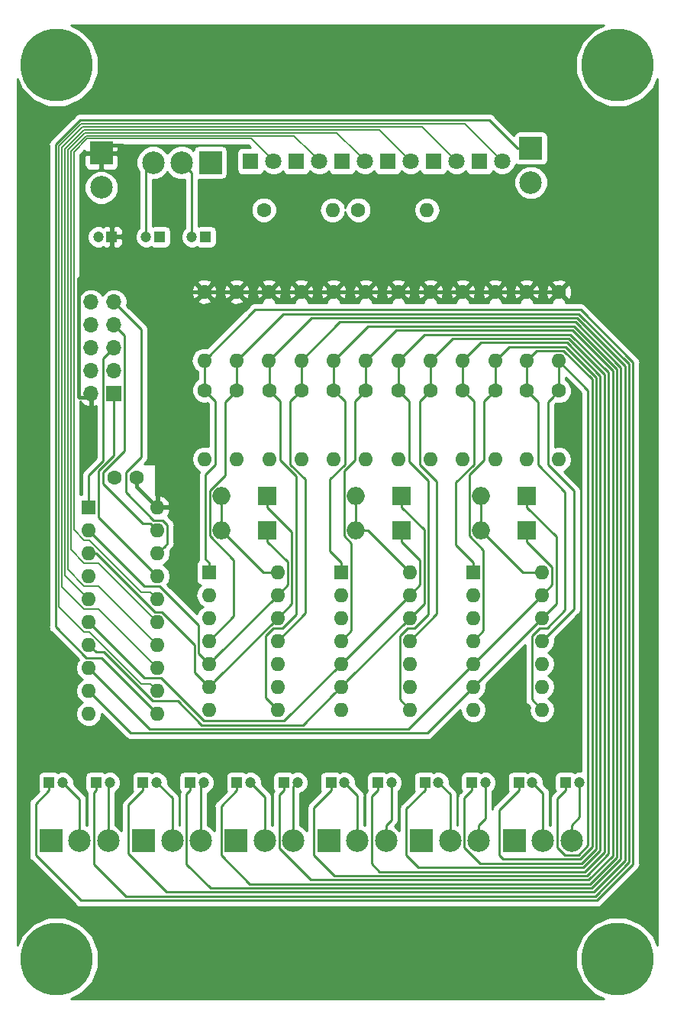
<source format=gbr>
G04 #@! TF.GenerationSoftware,KiCad,Pcbnew,5.0.2+dfsg1-1*
G04 #@! TF.CreationDate,2021-07-11T17:20:40+03:00*
G04 #@! TF.ProjectId,audio-switch,61756469-6f2d-4737-9769-7463682e6b69,V1.0*
G04 #@! TF.SameCoordinates,Original*
G04 #@! TF.FileFunction,Copper,L1,Top*
G04 #@! TF.FilePolarity,Positive*
%FSLAX46Y46*%
G04 Gerber Fmt 4.6, Leading zero omitted, Abs format (unit mm)*
G04 Created by KiCad (PCBNEW 5.0.2+dfsg1-1) date Sun 11 Jul 2021 05:20:40 PM EEST*
%MOMM*%
%LPD*%
G01*
G04 APERTURE LIST*
G04 #@! TA.AperFunction,ComponentPad*
%ADD10C,8.000000*%
G04 #@! TD*
G04 #@! TA.AperFunction,ComponentPad*
%ADD11C,0.900000*%
G04 #@! TD*
G04 #@! TA.AperFunction,ComponentPad*
%ADD12R,2.000000X2.000000*%
G04 #@! TD*
G04 #@! TA.AperFunction,ComponentPad*
%ADD13O,2.000000X2.000000*%
G04 #@! TD*
G04 #@! TA.AperFunction,ComponentPad*
%ADD14R,1.200000X1.200000*%
G04 #@! TD*
G04 #@! TA.AperFunction,ComponentPad*
%ADD15C,1.200000*%
G04 #@! TD*
G04 #@! TA.AperFunction,ComponentPad*
%ADD16C,1.600000*%
G04 #@! TD*
G04 #@! TA.AperFunction,ComponentPad*
%ADD17R,1.800000X1.800000*%
G04 #@! TD*
G04 #@! TA.AperFunction,ComponentPad*
%ADD18C,1.800000*%
G04 #@! TD*
G04 #@! TA.AperFunction,ComponentPad*
%ADD19R,2.499360X2.499360*%
G04 #@! TD*
G04 #@! TA.AperFunction,ComponentPad*
%ADD20C,2.499360*%
G04 #@! TD*
G04 #@! TA.AperFunction,ComponentPad*
%ADD21O,1.600000X1.600000*%
G04 #@! TD*
G04 #@! TA.AperFunction,ComponentPad*
%ADD22R,1.600000X1.600000*%
G04 #@! TD*
G04 #@! TA.AperFunction,ComponentPad*
%ADD23R,1.700000X1.700000*%
G04 #@! TD*
G04 #@! TA.AperFunction,ComponentPad*
%ADD24O,1.700000X1.700000*%
G04 #@! TD*
G04 #@! TA.AperFunction,Conductor*
%ADD25C,0.400000*%
G04 #@! TD*
G04 #@! TA.AperFunction,Conductor*
%ADD26C,0.254000*%
G04 #@! TD*
G04 #@! TA.AperFunction,Conductor*
%ADD27C,0.152000*%
G04 #@! TD*
G04 #@! TA.AperFunction,Conductor*
%ADD28C,0.127000*%
G04 #@! TD*
G04 APERTURE END LIST*
D10*
G04 #@! TO.P,REF\002A\002A,1*
G04 #@! TO.N,N/C*
X167640000Y-148590000D03*
D11*
X170640000Y-148590000D03*
X169761320Y-150711320D03*
X167640000Y-151590000D03*
X165518680Y-150711320D03*
X164640000Y-148590000D03*
X165518680Y-146468680D03*
X167640000Y-145590000D03*
X169761320Y-146468680D03*
G04 #@! TD*
D10*
G04 #@! TO.P,REF\002A\002A,1*
G04 #@! TO.N,N/C*
X105410000Y-148590000D03*
D11*
X108410000Y-148590000D03*
X107531320Y-150711320D03*
X105410000Y-151590000D03*
X103288680Y-150711320D03*
X102410000Y-148590000D03*
X103288680Y-146468680D03*
X105410000Y-145590000D03*
X107531320Y-146468680D03*
G04 #@! TD*
D10*
G04 #@! TO.P,REF\002A\002A,1*
G04 #@! TO.N,N/C*
X105410000Y-49530000D03*
D11*
X108410000Y-49530000D03*
X107531320Y-51651320D03*
X105410000Y-52530000D03*
X103288680Y-51651320D03*
X102410000Y-49530000D03*
X103288680Y-47408680D03*
X105410000Y-46530000D03*
X107531320Y-47408680D03*
G04 #@! TD*
D12*
G04 #@! TO.P,D7,1*
G04 #@! TO.N,audio_1*
X128792160Y-97279665D03*
D13*
G04 #@! TO.P,D7,2*
G04 #@! TO.N,Net-(D7-Pad2)*
X123712160Y-97279665D03*
G04 #@! TD*
D14*
G04 #@! TO.P,C4,1*
G04 #@! TO.N,Net-(C4-Pad1)*
X109793181Y-129032000D03*
D15*
G04 #@! TO.P,C4,2*
G04 #@! TO.N,Net-(C4-Pad2)*
X111293181Y-129032000D03*
G04 #@! TD*
D16*
G04 #@! TO.P,C2,2*
G04 #@! TO.N,GND*
X111800000Y-95250000D03*
G04 #@! TO.P,C2,1*
G04 #@! TO.N,VCC*
X114300000Y-95250000D03*
G04 #@! TD*
D14*
G04 #@! TO.P,C1,1*
G04 #@! TO.N,VCC*
X111525208Y-68580000D03*
D15*
G04 #@! TO.P,C1,2*
G04 #@! TO.N,GND*
X110025208Y-68580000D03*
G04 #@! TD*
G04 #@! TO.P,C3,2*
G04 #@! TO.N,Net-(C3-Pad2)*
X106084500Y-129032000D03*
D14*
G04 #@! TO.P,C3,1*
G04 #@! TO.N,Net-(C3-Pad1)*
X104584500Y-129032000D03*
G04 #@! TD*
D15*
G04 #@! TO.P,C5,2*
G04 #@! TO.N,Net-(C5-Pad2)*
X116501862Y-129032000D03*
D14*
G04 #@! TO.P,C5,1*
G04 #@! TO.N,Net-(C5-Pad1)*
X115001862Y-129032000D03*
G04 #@! TD*
G04 #@! TO.P,C6,1*
G04 #@! TO.N,Net-(C6-Pad1)*
X120210543Y-129032000D03*
D15*
G04 #@! TO.P,C6,2*
G04 #@! TO.N,Net-(C6-Pad2)*
X121710543Y-129032000D03*
G04 #@! TD*
G04 #@! TO.P,C7,2*
G04 #@! TO.N,Net-(C7-Pad2)*
X126919224Y-129032000D03*
D14*
G04 #@! TO.P,C7,1*
G04 #@! TO.N,Net-(C7-Pad1)*
X125419224Y-129032000D03*
G04 #@! TD*
G04 #@! TO.P,C8,1*
G04 #@! TO.N,Net-(C8-Pad1)*
X130627905Y-129032000D03*
D15*
G04 #@! TO.P,C8,2*
G04 #@! TO.N,Net-(C8-Pad2)*
X132127905Y-129032000D03*
G04 #@! TD*
G04 #@! TO.P,C9,2*
G04 #@! TO.N,Net-(C9-Pad2)*
X137336586Y-129032000D03*
D14*
G04 #@! TO.P,C9,1*
G04 #@! TO.N,Net-(C9-Pad1)*
X135836586Y-129032000D03*
G04 #@! TD*
G04 #@! TO.P,C10,1*
G04 #@! TO.N,Net-(C10-Pad1)*
X141045267Y-129032000D03*
D15*
G04 #@! TO.P,C10,2*
G04 #@! TO.N,Net-(C10-Pad2)*
X142545267Y-129032000D03*
G04 #@! TD*
G04 #@! TO.P,C11,2*
G04 #@! TO.N,Net-(C11-Pad2)*
X147753948Y-129032000D03*
D14*
G04 #@! TO.P,C11,1*
G04 #@! TO.N,Net-(C11-Pad1)*
X146253948Y-129032000D03*
G04 #@! TD*
G04 #@! TO.P,C12,1*
G04 #@! TO.N,Net-(C12-Pad1)*
X151462629Y-129032000D03*
D15*
G04 #@! TO.P,C12,2*
G04 #@! TO.N,Net-(C12-Pad2)*
X152962629Y-129032000D03*
G04 #@! TD*
G04 #@! TO.P,C15,2*
G04 #@! TO.N,Net-(C15-Pad2)*
X120420000Y-68580000D03*
D14*
G04 #@! TO.P,C15,1*
G04 #@! TO.N,R*
X121920000Y-68580000D03*
G04 #@! TD*
G04 #@! TO.P,C16,1*
G04 #@! TO.N,L*
X116840000Y-68580000D03*
D15*
G04 #@! TO.P,C16,2*
G04 #@! TO.N,Net-(C16-Pad2)*
X115340000Y-68580000D03*
G04 #@! TD*
D17*
G04 #@! TO.P,D2,1*
G04 #@! TO.N,Net-(D1-Pad1)*
X132007864Y-60195460D03*
D18*
G04 #@! TO.P,D2,2*
G04 #@! TO.N,Net-(D2-Pad2)*
X134547864Y-60195460D03*
G04 #@! TD*
D17*
G04 #@! TO.P,D3,1*
G04 #@! TO.N,Net-(D1-Pad1)*
X137079228Y-60195460D03*
D18*
G04 #@! TO.P,D3,2*
G04 #@! TO.N,Net-(D3-Pad2)*
X139619228Y-60195460D03*
G04 #@! TD*
G04 #@! TO.P,D4,2*
G04 #@! TO.N,Net-(D4-Pad2)*
X144690592Y-60195460D03*
D17*
G04 #@! TO.P,D4,1*
G04 #@! TO.N,Net-(D1-Pad1)*
X142150592Y-60195460D03*
G04 #@! TD*
G04 #@! TO.P,D5,1*
G04 #@! TO.N,Net-(D1-Pad1)*
X147221956Y-60195460D03*
D18*
G04 #@! TO.P,D5,2*
G04 #@! TO.N,Net-(D5-Pad2)*
X149761956Y-60195460D03*
G04 #@! TD*
D13*
G04 #@! TO.P,D8,2*
G04 #@! TO.N,Net-(D7-Pad2)*
X123712160Y-101092000D03*
D12*
G04 #@! TO.P,D8,1*
G04 #@! TO.N,audio_0*
X128792160Y-101092000D03*
G04 #@! TD*
D19*
G04 #@! TO.P,J3,S*
G04 #@! TO.N,GND*
X104775000Y-135509000D03*
D20*
G04 #@! TO.P,J3,R*
G04 #@! TO.N,Net-(C3-Pad2)*
X107950000Y-135509000D03*
G04 #@! TO.P,J3,T*
G04 #@! TO.N,Net-(C4-Pad2)*
X111125000Y-135509000D03*
G04 #@! TD*
G04 #@! TO.P,J4,T*
G04 #@! TO.N,Net-(C6-Pad2)*
X121403000Y-135509000D03*
G04 #@! TO.P,J4,R*
G04 #@! TO.N,Net-(C5-Pad2)*
X118228000Y-135509000D03*
D19*
G04 #@! TO.P,J4,S*
G04 #@! TO.N,GND*
X115053000Y-135509000D03*
G04 #@! TD*
G04 #@! TO.P,J5,S*
G04 #@! TO.N,GND*
X125331000Y-135509000D03*
D20*
G04 #@! TO.P,J5,R*
G04 #@! TO.N,Net-(C7-Pad2)*
X128506000Y-135509000D03*
G04 #@! TO.P,J5,T*
G04 #@! TO.N,Net-(C8-Pad2)*
X131681000Y-135509000D03*
G04 #@! TD*
G04 #@! TO.P,J6,T*
G04 #@! TO.N,Net-(C10-Pad2)*
X141959000Y-135509000D03*
G04 #@! TO.P,J6,R*
G04 #@! TO.N,Net-(C9-Pad2)*
X138784000Y-135509000D03*
D19*
G04 #@! TO.P,J6,S*
G04 #@! TO.N,GND*
X135609000Y-135509000D03*
G04 #@! TD*
D20*
G04 #@! TO.P,J9,T*
G04 #@! TO.N,Net-(C16-Pad2)*
X116112894Y-60339796D03*
G04 #@! TO.P,J9,R*
G04 #@! TO.N,Net-(C15-Pad2)*
X119287894Y-60339796D03*
D19*
G04 #@! TO.P,J9,S*
G04 #@! TO.N,GND*
X122462894Y-60339796D03*
G04 #@! TD*
D21*
G04 #@! TO.P,R1,2*
G04 #@! TO.N,GND*
X136017000Y-65595500D03*
D16*
G04 #@! TO.P,R1,1*
G04 #@! TO.N,Net-(R1-Pad1)*
X128397000Y-65595500D03*
G04 #@! TD*
G04 #@! TO.P,R2,1*
G04 #@! TO.N,GND*
X138874500Y-65595500D03*
D21*
G04 #@! TO.P,R2,2*
G04 #@! TO.N,Net-(D1-Pad1)*
X146494500Y-65595500D03*
G04 #@! TD*
G04 #@! TO.P,R3,2*
G04 #@! TO.N,Net-(C3-Pad1)*
X121793000Y-82267983D03*
D16*
G04 #@! TO.P,R3,1*
G04 #@! TO.N,VCC*
X121793000Y-74647983D03*
G04 #@! TD*
G04 #@! TO.P,R4,1*
G04 #@! TO.N,Net-(C3-Pad1)*
X121818400Y-85569983D03*
D21*
G04 #@! TO.P,R4,2*
G04 #@! TO.N,GND*
X121818400Y-93189983D03*
G04 #@! TD*
G04 #@! TO.P,R5,2*
G04 #@! TO.N,Net-(C4-Pad1)*
X125377222Y-82267983D03*
D16*
G04 #@! TO.P,R5,1*
G04 #@! TO.N,VCC*
X125377222Y-74647983D03*
G04 #@! TD*
G04 #@! TO.P,R6,1*
G04 #@! TO.N,Net-(C4-Pad1)*
X125399800Y-85569983D03*
D21*
G04 #@! TO.P,R6,2*
G04 #@! TO.N,GND*
X125399800Y-93189983D03*
G04 #@! TD*
G04 #@! TO.P,R7,2*
G04 #@! TO.N,Net-(C5-Pad1)*
X128961444Y-82267983D03*
D16*
G04 #@! TO.P,R7,1*
G04 #@! TO.N,VCC*
X128961444Y-74647983D03*
G04 #@! TD*
G04 #@! TO.P,R8,1*
G04 #@! TO.N,Net-(C5-Pad1)*
X128981200Y-85569983D03*
D21*
G04 #@! TO.P,R8,2*
G04 #@! TO.N,GND*
X128981200Y-93189983D03*
G04 #@! TD*
D16*
G04 #@! TO.P,R9,1*
G04 #@! TO.N,VCC*
X132545666Y-74647983D03*
D21*
G04 #@! TO.P,R9,2*
G04 #@! TO.N,Net-(C6-Pad1)*
X132545666Y-82267983D03*
G04 #@! TD*
G04 #@! TO.P,R10,2*
G04 #@! TO.N,GND*
X132562600Y-93189983D03*
D16*
G04 #@! TO.P,R10,1*
G04 #@! TO.N,Net-(C6-Pad1)*
X132562600Y-85569983D03*
G04 #@! TD*
G04 #@! TO.P,R11,1*
G04 #@! TO.N,VCC*
X136129888Y-74647983D03*
D21*
G04 #@! TO.P,R11,2*
G04 #@! TO.N,Net-(C7-Pad1)*
X136129888Y-82267983D03*
G04 #@! TD*
D16*
G04 #@! TO.P,R12,1*
G04 #@! TO.N,Net-(C7-Pad1)*
X136144000Y-85569983D03*
D21*
G04 #@! TO.P,R12,2*
G04 #@! TO.N,GND*
X136144000Y-93189983D03*
G04 #@! TD*
D16*
G04 #@! TO.P,R13,1*
G04 #@! TO.N,VCC*
X139714110Y-74647983D03*
D21*
G04 #@! TO.P,R13,2*
G04 #@! TO.N,Net-(C8-Pad1)*
X139714110Y-82267983D03*
G04 #@! TD*
G04 #@! TO.P,R14,2*
G04 #@! TO.N,GND*
X139725400Y-93189983D03*
D16*
G04 #@! TO.P,R14,1*
G04 #@! TO.N,Net-(C8-Pad1)*
X139725400Y-85569983D03*
G04 #@! TD*
D21*
G04 #@! TO.P,R15,2*
G04 #@! TO.N,Net-(C9-Pad1)*
X143298332Y-82267983D03*
D16*
G04 #@! TO.P,R15,1*
G04 #@! TO.N,VCC*
X143298332Y-74647983D03*
G04 #@! TD*
G04 #@! TO.P,R16,1*
G04 #@! TO.N,Net-(C9-Pad1)*
X143306800Y-85569983D03*
D21*
G04 #@! TO.P,R16,2*
G04 #@! TO.N,GND*
X143306800Y-93189983D03*
G04 #@! TD*
G04 #@! TO.P,R17,2*
G04 #@! TO.N,Net-(C10-Pad1)*
X146882554Y-82267983D03*
D16*
G04 #@! TO.P,R17,1*
G04 #@! TO.N,VCC*
X146882554Y-74647983D03*
G04 #@! TD*
D21*
G04 #@! TO.P,R18,2*
G04 #@! TO.N,GND*
X146888200Y-93189983D03*
D16*
G04 #@! TO.P,R18,1*
G04 #@! TO.N,Net-(C10-Pad1)*
X146888200Y-85569983D03*
G04 #@! TD*
D21*
G04 #@! TO.P,R19,2*
G04 #@! TO.N,Net-(C11-Pad1)*
X150466776Y-82267983D03*
D16*
G04 #@! TO.P,R19,1*
G04 #@! TO.N,VCC*
X150466776Y-74647983D03*
G04 #@! TD*
D21*
G04 #@! TO.P,R20,2*
G04 #@! TO.N,GND*
X150469600Y-93189983D03*
D16*
G04 #@! TO.P,R20,1*
G04 #@! TO.N,Net-(C11-Pad1)*
X150469600Y-85569983D03*
G04 #@! TD*
G04 #@! TO.P,R21,1*
G04 #@! TO.N,VCC*
X154051000Y-74647983D03*
D21*
G04 #@! TO.P,R21,2*
G04 #@! TO.N,Net-(C12-Pad1)*
X154051000Y-82267983D03*
G04 #@! TD*
G04 #@! TO.P,R22,2*
G04 #@! TO.N,GND*
X154051000Y-93189983D03*
D16*
G04 #@! TO.P,R22,1*
G04 #@! TO.N,Net-(C12-Pad1)*
X154051000Y-85569983D03*
G04 #@! TD*
D22*
G04 #@! TO.P,U1,1*
G04 #@! TO.N,/reset*
X108966000Y-98552000D03*
D21*
G04 #@! TO.P,U1,11*
G04 #@! TO.N,Net-(SW1-Pad1)*
X116586000Y-121412000D03*
G04 #@! TO.P,U1,2*
G04 #@! TO.N,audio_0*
X108966000Y-101092000D03*
G04 #@! TO.P,U1,12*
G04 #@! TO.N,Net-(D6-Pad2)*
X116586000Y-118872000D03*
G04 #@! TO.P,U1,3*
G04 #@! TO.N,audio_1*
X108966000Y-103632000D03*
G04 #@! TO.P,U1,13*
G04 #@! TO.N,Net-(D5-Pad2)*
X116586000Y-116332000D03*
G04 #@! TO.P,U1,4*
G04 #@! TO.N,Net-(R1-Pad1)*
X108966000Y-106172000D03*
G04 #@! TO.P,U1,14*
G04 #@! TO.N,Net-(D3-Pad2)*
X116586000Y-113792000D03*
G04 #@! TO.P,U1,5*
G04 #@! TO.N,Net-(D4-Pad2)*
X108966000Y-108712000D03*
G04 #@! TO.P,U1,15*
G04 #@! TO.N,Net-(D2-Pad2)*
X116586000Y-111252000D03*
G04 #@! TO.P,U1,6*
G04 #@! TO.N,audio_2*
X108966000Y-111252000D03*
G04 #@! TO.P,U1,16*
G04 #@! TO.N,Net-(D1-Pad2)*
X116586000Y-108712000D03*
G04 #@! TO.P,U1,7*
G04 #@! TO.N,audio_3*
X108966000Y-113792000D03*
G04 #@! TO.P,U1,17*
G04 #@! TO.N,/mosi*
X116586000Y-106172000D03*
G04 #@! TO.P,U1,8*
G04 #@! TO.N,audio_4*
X108966000Y-116332000D03*
G04 #@! TO.P,U1,18*
G04 #@! TO.N,/miso*
X116586000Y-103632000D03*
G04 #@! TO.P,U1,9*
G04 #@! TO.N,audio_5*
X108966000Y-118872000D03*
G04 #@! TO.P,U1,19*
G04 #@! TO.N,/sck*
X116586000Y-101092000D03*
G04 #@! TO.P,U1,10*
G04 #@! TO.N,GND*
X108966000Y-121412000D03*
G04 #@! TO.P,U1,20*
G04 #@! TO.N,VCC*
X116586000Y-98552000D03*
G04 #@! TD*
D22*
G04 #@! TO.P,U2,1*
G04 #@! TO.N,Net-(C3-Pad1)*
X122301000Y-105727500D03*
D21*
G04 #@! TO.P,U2,8*
G04 #@! TO.N,Net-(C5-Pad1)*
X129921000Y-120967500D03*
G04 #@! TO.P,U2,2*
G04 #@! TO.N,R*
X122301000Y-108267500D03*
G04 #@! TO.P,U2,9*
X129921000Y-118427500D03*
G04 #@! TO.P,U2,3*
G04 #@! TO.N,L*
X122301000Y-110807500D03*
G04 #@! TO.P,U2,10*
X129921000Y-115887500D03*
G04 #@! TO.P,U2,4*
G04 #@! TO.N,Net-(C4-Pad1)*
X122301000Y-113347500D03*
G04 #@! TO.P,U2,11*
G04 #@! TO.N,Net-(C6-Pad1)*
X129921000Y-113347500D03*
G04 #@! TO.P,U2,5*
G04 #@! TO.N,audio_0*
X122301000Y-115887500D03*
G04 #@! TO.P,U2,12*
G04 #@! TO.N,audio_1*
X129921000Y-110807500D03*
G04 #@! TO.P,U2,6*
X122301000Y-118427500D03*
G04 #@! TO.P,U2,13*
G04 #@! TO.N,audio_0*
X129921000Y-108267500D03*
G04 #@! TO.P,U2,7*
G04 #@! TO.N,GND*
X122301000Y-120967500D03*
G04 #@! TO.P,U2,14*
G04 #@! TO.N,Net-(D7-Pad2)*
X129921000Y-105727500D03*
G04 #@! TD*
G04 #@! TO.P,U3,14*
G04 #@! TO.N,Net-(D10-Pad2)*
X144589500Y-105727500D03*
G04 #@! TO.P,U3,7*
G04 #@! TO.N,GND*
X136969500Y-120967500D03*
G04 #@! TO.P,U3,13*
G04 #@! TO.N,audio_2*
X144589500Y-108267500D03*
G04 #@! TO.P,U3,6*
G04 #@! TO.N,audio_3*
X136969500Y-118427500D03*
G04 #@! TO.P,U3,12*
X144589500Y-110807500D03*
G04 #@! TO.P,U3,5*
G04 #@! TO.N,audio_2*
X136969500Y-115887500D03*
G04 #@! TO.P,U3,11*
G04 #@! TO.N,Net-(C10-Pad1)*
X144589500Y-113347500D03*
G04 #@! TO.P,U3,4*
G04 #@! TO.N,Net-(C8-Pad1)*
X136969500Y-113347500D03*
G04 #@! TO.P,U3,10*
G04 #@! TO.N,L*
X144589500Y-115887500D03*
G04 #@! TO.P,U3,3*
X136969500Y-110807500D03*
G04 #@! TO.P,U3,9*
G04 #@! TO.N,R*
X144589500Y-118427500D03*
G04 #@! TO.P,U3,2*
X136969500Y-108267500D03*
G04 #@! TO.P,U3,8*
G04 #@! TO.N,Net-(C9-Pad1)*
X144589500Y-120967500D03*
D22*
G04 #@! TO.P,U3,1*
G04 #@! TO.N,Net-(C7-Pad1)*
X136969500Y-105727500D03*
G04 #@! TD*
G04 #@! TO.P,U4,1*
G04 #@! TO.N,Net-(C11-Pad1)*
X151638000Y-105727500D03*
D21*
G04 #@! TO.P,U4,8*
G04 #@! TO.N,Net-(C13-Pad1)*
X159258000Y-120967500D03*
G04 #@! TO.P,U4,2*
G04 #@! TO.N,R*
X151638000Y-108267500D03*
G04 #@! TO.P,U4,9*
X159258000Y-118427500D03*
G04 #@! TO.P,U4,3*
G04 #@! TO.N,L*
X151638000Y-110807500D03*
G04 #@! TO.P,U4,10*
X159258000Y-115887500D03*
G04 #@! TO.P,U4,4*
G04 #@! TO.N,Net-(C12-Pad1)*
X151638000Y-113347500D03*
G04 #@! TO.P,U4,11*
G04 #@! TO.N,Net-(C14-Pad1)*
X159258000Y-113347500D03*
G04 #@! TO.P,U4,5*
G04 #@! TO.N,audio_4*
X151638000Y-115887500D03*
G04 #@! TO.P,U4,12*
G04 #@! TO.N,audio_5*
X159258000Y-110807500D03*
G04 #@! TO.P,U4,6*
X151638000Y-118427500D03*
G04 #@! TO.P,U4,13*
G04 #@! TO.N,audio_4*
X159258000Y-108267500D03*
G04 #@! TO.P,U4,7*
G04 #@! TO.N,GND*
X151638000Y-120967500D03*
G04 #@! TO.P,U4,14*
G04 #@! TO.N,Net-(D11-Pad2)*
X159258000Y-105727500D03*
G04 #@! TD*
D19*
G04 #@! TO.P,SW1,1*
G04 #@! TO.N,Net-(SW1-Pad1)*
X158008320Y-58750200D03*
D20*
G04 #@! TO.P,SW1,2*
G04 #@! TO.N,GND*
X158008320Y-62560200D03*
G04 #@! TD*
D11*
G04 #@! TO.P,REF\002A\002A,1*
G04 #@! TO.N,N/C*
X169761320Y-47408680D03*
X167640000Y-46530000D03*
X165518680Y-47408680D03*
X164640000Y-49530000D03*
X165518680Y-51651320D03*
X167640000Y-52530000D03*
X169761320Y-51651320D03*
X170640000Y-49530000D03*
D10*
X167640000Y-49530000D03*
G04 #@! TD*
D14*
G04 #@! TO.P,C13,1*
G04 #@! TO.N,Net-(C13-Pad1)*
X156671310Y-129032000D03*
D15*
G04 #@! TO.P,C13,2*
G04 #@! TO.N,Net-(C13-Pad2)*
X158171310Y-129032000D03*
G04 #@! TD*
G04 #@! TO.P,C14,2*
G04 #@! TO.N,Net-(C14-Pad2)*
X163380000Y-129032000D03*
D14*
G04 #@! TO.P,C14,1*
G04 #@! TO.N,Net-(C14-Pad1)*
X161880000Y-129032000D03*
G04 #@! TD*
D12*
G04 #@! TO.P,D9,1*
G04 #@! TO.N,audio_3*
X143686119Y-97279665D03*
D13*
G04 #@! TO.P,D9,2*
G04 #@! TO.N,Net-(D10-Pad2)*
X138606119Y-97279665D03*
G04 #@! TD*
G04 #@! TO.P,D10,2*
G04 #@! TO.N,Net-(D10-Pad2)*
X138606119Y-101092000D03*
D12*
G04 #@! TO.P,D10,1*
G04 #@! TO.N,audio_2*
X143686119Y-101092000D03*
G04 #@! TD*
D17*
G04 #@! TO.P,D1,1*
G04 #@! TO.N,Net-(D1-Pad1)*
X126936500Y-60195460D03*
D18*
G04 #@! TO.P,D1,2*
G04 #@! TO.N,Net-(D1-Pad2)*
X129476500Y-60195460D03*
G04 #@! TD*
D13*
G04 #@! TO.P,D11,2*
G04 #@! TO.N,Net-(D11-Pad2)*
X152501600Y-97279665D03*
D12*
G04 #@! TO.P,D11,1*
G04 #@! TO.N,audio_5*
X157581600Y-97279665D03*
G04 #@! TD*
G04 #@! TO.P,D12,1*
G04 #@! TO.N,audio_4*
X157581600Y-101092000D03*
D13*
G04 #@! TO.P,D12,2*
G04 #@! TO.N,Net-(D11-Pad2)*
X152501600Y-101092000D03*
G04 #@! TD*
D19*
G04 #@! TO.P,J7,S*
G04 #@! TO.N,GND*
X145887000Y-135509000D03*
D20*
G04 #@! TO.P,J7,R*
G04 #@! TO.N,Net-(C11-Pad2)*
X149062000Y-135509000D03*
G04 #@! TO.P,J7,T*
G04 #@! TO.N,Net-(C12-Pad2)*
X152237000Y-135509000D03*
G04 #@! TD*
D17*
G04 #@! TO.P,D6,1*
G04 #@! TO.N,Net-(D1-Pad1)*
X152293320Y-60195460D03*
D18*
G04 #@! TO.P,D6,2*
G04 #@! TO.N,Net-(D6-Pad2)*
X154833320Y-60195460D03*
G04 #@! TD*
D21*
G04 #@! TO.P,R23,2*
G04 #@! TO.N,Net-(C13-Pad1)*
X157556200Y-82267983D03*
D16*
G04 #@! TO.P,R23,1*
G04 #@! TO.N,VCC*
X157556200Y-74647983D03*
G04 #@! TD*
G04 #@! TO.P,R24,1*
G04 #@! TO.N,Net-(C13-Pad1)*
X157556200Y-85623400D03*
D21*
G04 #@! TO.P,R24,2*
G04 #@! TO.N,GND*
X157556200Y-93243400D03*
G04 #@! TD*
D16*
G04 #@! TO.P,R25,1*
G04 #@! TO.N,VCC*
X161112200Y-74701400D03*
D21*
G04 #@! TO.P,R25,2*
G04 #@! TO.N,Net-(C14-Pad1)*
X161112200Y-82321400D03*
G04 #@! TD*
G04 #@! TO.P,R26,2*
G04 #@! TO.N,GND*
X161112200Y-93243400D03*
D16*
G04 #@! TO.P,R26,1*
G04 #@! TO.N,Net-(C14-Pad1)*
X161112200Y-85623400D03*
G04 #@! TD*
D23*
G04 #@! TO.P,J2,1*
G04 #@! TO.N,/mosi*
X111760000Y-85979000D03*
D24*
G04 #@! TO.P,J2,2*
G04 #@! TO.N,VCC*
X109220000Y-85979000D03*
G04 #@! TO.P,J2,3*
G04 #@! TO.N,Net-(J2-Pad3)*
X111760000Y-83439000D03*
G04 #@! TO.P,J2,4*
G04 #@! TO.N,GND*
X109220000Y-83439000D03*
G04 #@! TO.P,J2,5*
G04 #@! TO.N,/reset*
X111760000Y-80899000D03*
G04 #@! TO.P,J2,6*
G04 #@! TO.N,GND*
X109220000Y-80899000D03*
G04 #@! TO.P,J2,7*
G04 #@! TO.N,/sck*
X111760000Y-78359000D03*
G04 #@! TO.P,J2,8*
G04 #@! TO.N,GND*
X109220000Y-78359000D03*
G04 #@! TO.P,J2,9*
G04 #@! TO.N,/miso*
X111760000Y-75819000D03*
G04 #@! TO.P,J2,10*
G04 #@! TO.N,GND*
X109220000Y-75819000D03*
G04 #@! TD*
D19*
G04 #@! TO.P,J1,1*
G04 #@! TO.N,VCC*
X110363000Y-59309000D03*
D20*
G04 #@! TO.P,J1,2*
G04 #@! TO.N,GND*
X110363000Y-63119000D03*
G04 #@! TD*
D19*
G04 #@! TO.P,J8,S*
G04 #@! TO.N,GND*
X156165000Y-135509000D03*
D20*
G04 #@! TO.P,J8,R*
G04 #@! TO.N,Net-(C13-Pad2)*
X159340000Y-135509000D03*
G04 #@! TO.P,J8,T*
G04 #@! TO.N,Net-(C14-Pad2)*
X162515000Y-135509000D03*
G04 #@! TD*
D25*
G04 #@! TO.N,VCC*
X112740061Y-58520001D02*
X112740061Y-66365147D01*
X111525208Y-67580000D02*
X111525208Y-68580000D01*
X112640060Y-58420000D02*
X112740061Y-58520001D01*
X112740061Y-66365147D02*
X111525208Y-67580000D01*
X110490000Y-58420000D02*
X112640060Y-58420000D01*
X107970000Y-86360000D02*
X109220000Y-86360000D01*
X107869999Y-73235209D02*
X107869999Y-86259999D01*
X107869999Y-86259999D02*
X107970000Y-86360000D01*
X111525208Y-69580000D02*
X107869999Y-73235209D01*
X114300000Y-96266000D02*
X114300000Y-95250000D01*
X116586000Y-98552000D02*
X114300000Y-96266000D01*
X116586000Y-97420630D02*
X116586000Y-98552000D01*
X111525208Y-69580000D02*
X116586000Y-74640792D01*
X116586000Y-74640792D02*
X116586000Y-97420630D01*
X111525208Y-68580000D02*
X111525208Y-69580000D01*
X116586000Y-74640792D02*
X116655009Y-74640792D01*
X161058783Y-74647983D02*
X161112200Y-74701400D01*
X116646608Y-74701400D02*
X161112200Y-74701400D01*
X116586000Y-74640792D02*
X116646608Y-74701400D01*
D26*
G04 #@! TO.N,Net-(C3-Pad2)*
X107950000Y-130897500D02*
X106084500Y-129032000D01*
X107950000Y-135509000D02*
X107950000Y-130897500D01*
G04 #@! TO.N,Net-(C3-Pad1)*
X121818400Y-82293383D02*
X121793000Y-82267983D01*
X121818400Y-85569983D02*
X121818400Y-82293383D01*
X122618399Y-86369982D02*
X121818400Y-85569983D01*
X123045401Y-86796984D02*
X122618399Y-86369982D01*
X123045401Y-93778944D02*
X123045401Y-86796984D01*
X121931149Y-94893196D02*
X123045401Y-93778944D01*
X121931149Y-104303649D02*
X121931149Y-94893196D01*
X122301000Y-104673500D02*
X121931149Y-104303649D01*
X122301000Y-105727500D02*
X122301000Y-104673500D01*
X104584500Y-129886000D02*
X104584500Y-129032000D01*
X103098319Y-131372181D02*
X104584500Y-129886000D01*
X108077829Y-142079791D02*
X103098319Y-137100281D01*
X165340435Y-142079791D02*
X108077829Y-142079791D01*
X169354110Y-138066115D02*
X165340435Y-142079791D01*
X103098319Y-137100281D02*
X103098319Y-131372181D01*
X169354110Y-82474678D02*
X169354110Y-138066115D01*
X163533731Y-76654299D02*
X169354110Y-82474678D01*
X127406684Y-76654299D02*
X163533731Y-76654299D01*
X121793000Y-82267983D02*
X127406684Y-76654299D01*
G04 #@! TO.N,Net-(C4-Pad1)*
X122385159Y-101728961D02*
X122385159Y-96664441D01*
X122301000Y-113347500D02*
X125044200Y-110604300D01*
X125044200Y-104388002D02*
X122385159Y-101728961D01*
X125044200Y-110604300D02*
X125044200Y-104388002D01*
X122385159Y-96664441D02*
X124079000Y-94970600D01*
X124079000Y-86890783D02*
X125399800Y-85569983D01*
X124079000Y-94970600D02*
X124079000Y-86890783D01*
X125399800Y-82290561D02*
X125377222Y-82267983D01*
X125399800Y-85569983D02*
X125399800Y-82290561D01*
X109793181Y-129886000D02*
X109793181Y-129032000D01*
X109526681Y-130152500D02*
X109793181Y-129886000D01*
X109526681Y-138056681D02*
X109526681Y-130152500D01*
X113095781Y-141625781D02*
X109526681Y-138056681D01*
X165152378Y-141625781D02*
X113095781Y-141625781D01*
X168900100Y-137878058D02*
X165152378Y-141625781D01*
X163345674Y-77108309D02*
X168900100Y-82662735D01*
X130536896Y-77108309D02*
X163345674Y-77108309D01*
X168900100Y-82662735D02*
X168900100Y-137878058D01*
X125377222Y-82267983D02*
X130536896Y-77108309D01*
G04 #@! TO.N,Net-(C4-Pad2)*
X111125000Y-129200181D02*
X111293181Y-129032000D01*
X111125000Y-135509000D02*
X111125000Y-129200181D01*
G04 #@! TO.N,Net-(C5-Pad2)*
X118228000Y-130758138D02*
X116501862Y-129032000D01*
X118228000Y-135509000D02*
X118228000Y-130758138D01*
G04 #@! TO.N,Net-(C5-Pad1)*
X129781199Y-86369982D02*
X128981200Y-85569983D01*
X131956020Y-95041431D02*
X130208201Y-93293612D01*
X131956020Y-110440442D02*
X131956020Y-95041431D01*
X130208201Y-93293612D02*
X130208201Y-86796984D01*
X130461961Y-111934501D02*
X131956020Y-110440442D01*
X130208201Y-86796984D02*
X129781199Y-86369982D01*
X129436065Y-111934501D02*
X130461961Y-111934501D01*
X128600200Y-119646700D02*
X128600200Y-112770366D01*
X128600200Y-112770366D02*
X129436065Y-111934501D01*
X129921000Y-120967500D02*
X128600200Y-119646700D01*
X128981200Y-82287739D02*
X128961444Y-82267983D01*
X128981200Y-85569983D02*
X128981200Y-82287739D01*
X115001862Y-129886000D02*
X115001862Y-129032000D01*
X113376319Y-131511543D02*
X115001862Y-129886000D01*
X117607644Y-141171771D02*
X113376319Y-136940446D01*
X164964321Y-141171771D02*
X117607644Y-141171771D01*
X168446090Y-137690001D02*
X164964321Y-141171771D01*
X168446090Y-82850792D02*
X168446090Y-137690001D01*
X163157617Y-77562319D02*
X168446090Y-82850792D01*
X133667108Y-77562319D02*
X163157617Y-77562319D01*
X113376319Y-136940446D02*
X113376319Y-131511543D01*
X128961444Y-82267983D02*
X133667108Y-77562319D01*
G04 #@! TO.N,Net-(C6-Pad1)*
X129921000Y-113347500D02*
X133019800Y-110248700D01*
X131762601Y-86369982D02*
X132562600Y-85569983D01*
X131335599Y-86796984D02*
X131762601Y-86369982D01*
X131335599Y-93778944D02*
X131335599Y-86796984D01*
X133019800Y-95463145D02*
X131335599Y-93778944D01*
X133019800Y-110248700D02*
X133019800Y-95463145D01*
X132562600Y-82284917D02*
X132545666Y-82267983D01*
X132562600Y-85569983D02*
X132562600Y-82284917D01*
X122457761Y-140717761D02*
X119804681Y-138064681D01*
X164776264Y-140717761D02*
X122457761Y-140717761D01*
X167992080Y-137501944D02*
X164776264Y-140717761D01*
X120210543Y-129886000D02*
X120210543Y-129032000D01*
X167992080Y-83038849D02*
X167992080Y-137501944D01*
X119804681Y-130291862D02*
X120210543Y-129886000D01*
X162969560Y-78016329D02*
X167992080Y-83038849D01*
X136797320Y-78016329D02*
X162969560Y-78016329D01*
X119804681Y-138064681D02*
X119804681Y-130291862D01*
X132545666Y-82267983D02*
X136797320Y-78016329D01*
G04 #@! TO.N,Net-(C6-Pad2)*
X121403000Y-129339543D02*
X121710543Y-129032000D01*
X121403000Y-135509000D02*
X121403000Y-129339543D01*
G04 #@! TO.N,Net-(C7-Pad2)*
X128506000Y-130618776D02*
X126919224Y-129032000D01*
X128506000Y-135509000D02*
X128506000Y-130618776D01*
D27*
G04 #@! TO.N,Net-(C7-Pad1)*
X136129888Y-85555871D02*
X136144000Y-85569983D01*
D26*
X136969500Y-104673500D02*
X135712200Y-103416200D01*
X136969500Y-105727500D02*
X136969500Y-104673500D01*
X137371001Y-86796984D02*
X136943999Y-86369982D01*
X137371001Y-93778944D02*
X137371001Y-86796984D01*
X136943999Y-86369982D02*
X136144000Y-85569983D01*
X135712200Y-95437745D02*
X137371001Y-93778944D01*
X135712200Y-103416200D02*
X135712200Y-95437745D01*
X136144000Y-82282095D02*
X136129888Y-82267983D01*
X136144000Y-85569983D02*
X136144000Y-82282095D01*
X125419224Y-129886000D02*
X125419224Y-129032000D01*
X123654319Y-131650905D02*
X125419224Y-129886000D01*
X123654319Y-137100281D02*
X123654319Y-131650905D01*
X126817789Y-140263751D02*
X123654319Y-137100281D01*
X164588207Y-140263751D02*
X126817789Y-140263751D01*
X167538070Y-137313887D02*
X164588207Y-140263751D01*
X167538070Y-83226906D02*
X167538070Y-137313887D01*
X162781503Y-78470339D02*
X167538070Y-83226906D01*
X139927532Y-78470339D02*
X162781503Y-78470339D01*
X136129888Y-82267983D02*
X139927532Y-78470339D01*
D27*
G04 #@! TO.N,Net-(C8-Pad1)*
X139714110Y-85558693D02*
X139725400Y-85569983D01*
D26*
X138925401Y-86369982D02*
X139725400Y-85569983D01*
X138498399Y-86796984D02*
X138925401Y-86369982D01*
X138498399Y-93293612D02*
X138498399Y-86796984D01*
X137279118Y-94512893D02*
X138498399Y-93293612D01*
X137279118Y-101728961D02*
X137279118Y-94512893D01*
X138096501Y-102546344D02*
X137279118Y-101728961D01*
X138096501Y-112220499D02*
X138096501Y-102546344D01*
X136969500Y-113347500D02*
X138096501Y-112220499D01*
X139725400Y-82279273D02*
X139714110Y-82267983D01*
X139725400Y-85569983D02*
X139725400Y-82279273D01*
X130104319Y-130409586D02*
X130627905Y-129886000D01*
X130104319Y-136287446D02*
X130104319Y-130409586D01*
X130627905Y-129886000D02*
X130627905Y-129032000D01*
X133626614Y-139809741D02*
X130104319Y-136287446D01*
X167084060Y-137125830D02*
X164400150Y-139809741D01*
X167084060Y-83414963D02*
X167084060Y-137125830D01*
X162593446Y-78924349D02*
X167084060Y-83414963D01*
X143057744Y-78924349D02*
X162593446Y-78924349D01*
X164400150Y-139809741D02*
X133626614Y-139809741D01*
X139714110Y-82267983D02*
X143057744Y-78924349D01*
G04 #@! TO.N,Net-(C8-Pad2)*
X131681000Y-129478905D02*
X132127905Y-129032000D01*
X131681000Y-135509000D02*
X131681000Y-129478905D01*
G04 #@! TO.N,Net-(C9-Pad2)*
X138784000Y-130479414D02*
X137336586Y-129032000D01*
X138784000Y-135509000D02*
X138784000Y-130479414D01*
D27*
G04 #@! TO.N,Net-(C9-Pad1)*
X143298332Y-85561515D02*
X143306800Y-85569983D01*
D26*
X143306800Y-82276451D02*
X143298332Y-82267983D01*
X143306800Y-85569983D02*
X143306800Y-82276451D01*
X144106799Y-86369982D02*
X143306800Y-85569983D01*
X143462499Y-112806539D02*
X144334537Y-111934501D01*
X143462499Y-119840499D02*
X143462499Y-112806539D01*
X144334537Y-111934501D02*
X145130461Y-111934501D01*
X146624521Y-95570521D02*
X144533801Y-93479801D01*
X144589500Y-120967500D02*
X143462499Y-119840499D01*
X144533801Y-93479801D02*
X144533801Y-86796984D01*
X146624521Y-110440441D02*
X146624521Y-95570521D01*
X145130461Y-111934501D02*
X146624521Y-110440441D01*
X144533801Y-86796984D02*
X144106799Y-86369982D01*
X135836586Y-129886000D02*
X135836586Y-129032000D01*
X133932319Y-131790267D02*
X135836586Y-129886000D01*
X136187769Y-139355731D02*
X133932319Y-137100281D01*
X133932319Y-137100281D02*
X133932319Y-131790267D01*
X164212093Y-139355731D02*
X136187769Y-139355731D01*
X166630050Y-136937773D02*
X164212093Y-139355731D01*
X166630050Y-83603020D02*
X166630050Y-136937773D01*
X162405389Y-79378359D02*
X166630050Y-83603020D01*
X146187956Y-79378359D02*
X162405389Y-79378359D01*
X143298332Y-82267983D02*
X146187956Y-79378359D01*
D27*
G04 #@! TO.N,Net-(C10-Pad1)*
X146882554Y-85564337D02*
X146888200Y-85569983D01*
D26*
X145661199Y-93778944D02*
X145661199Y-86796984D01*
X145661199Y-86796984D02*
X146088201Y-86369982D01*
X147599400Y-95717145D02*
X145661199Y-93778944D01*
X146088201Y-86369982D02*
X146888200Y-85569983D01*
X147599400Y-110337600D02*
X147599400Y-95717145D01*
X144589500Y-113347500D02*
X147599400Y-110337600D01*
X146888200Y-82273629D02*
X146882554Y-82267983D01*
X146888200Y-85569983D02*
X146888200Y-82273629D01*
X140360681Y-130570586D02*
X141045267Y-129886000D01*
X140360681Y-138040681D02*
X140360681Y-130570586D01*
X166176040Y-136749716D02*
X164024036Y-138901721D01*
X141221721Y-138901721D02*
X140360681Y-138040681D01*
X164024036Y-138901721D02*
X141221721Y-138901721D01*
X166176040Y-83791077D02*
X166176040Y-136749716D01*
X141045267Y-129886000D02*
X141045267Y-129032000D01*
X162217332Y-79832369D02*
X166176040Y-83791077D01*
X149318168Y-79832369D02*
X162217332Y-79832369D01*
X146882554Y-82267983D02*
X149318168Y-79832369D01*
G04 #@! TO.N,Net-(C10-Pad2)*
X142545267Y-129880528D02*
X142545267Y-129032000D01*
X142545267Y-133155419D02*
X142545267Y-129880528D01*
X141959000Y-133741686D02*
X142545267Y-133155419D01*
X141959000Y-135509000D02*
X141959000Y-133741686D01*
G04 #@! TO.N,Net-(C11-Pad2)*
X149062000Y-130340052D02*
X147753948Y-129032000D01*
X149062000Y-135509000D02*
X149062000Y-130340052D01*
D27*
G04 #@! TO.N,Net-(C11-Pad1)*
X150466776Y-85567159D02*
X150469600Y-85569983D01*
D26*
X151638000Y-104673500D02*
X149707600Y-102743100D01*
X151638000Y-105727500D02*
X151638000Y-104673500D01*
X151269599Y-86369982D02*
X150469600Y-85569983D01*
X151696601Y-86796984D02*
X151269599Y-86369982D01*
X151696601Y-93778944D02*
X151696601Y-86796984D01*
X149707600Y-95767945D02*
X151696601Y-93778944D01*
X149707600Y-102743100D02*
X149707600Y-95767945D01*
X150469600Y-82270807D02*
X150466776Y-82267983D01*
X150469600Y-85569983D02*
X150469600Y-82270807D01*
X144210319Y-131929629D02*
X146253948Y-129886000D01*
X144210319Y-137100281D02*
X144210319Y-131929629D01*
X145557749Y-138447711D02*
X144210319Y-137100281D01*
X163835979Y-138447711D02*
X145557749Y-138447711D01*
X165722030Y-136561659D02*
X163835979Y-138447711D01*
X165722030Y-83979134D02*
X165722030Y-136561659D01*
X162029275Y-80286379D02*
X165722030Y-83979134D01*
X152448380Y-80286379D02*
X162029275Y-80286379D01*
X146253948Y-129886000D02*
X146253948Y-129032000D01*
X150466776Y-82267983D02*
X152448380Y-80286379D01*
G04 #@! TO.N,Net-(C12-Pad1)*
X152823999Y-86796984D02*
X153251001Y-86369982D01*
X152823999Y-93293612D02*
X152823999Y-86796984D01*
X153251001Y-86369982D02*
X154051000Y-85569983D01*
X151174599Y-94943012D02*
X152823999Y-93293612D01*
X151174599Y-101728961D02*
X151174599Y-94943012D01*
X152765001Y-103319363D02*
X151174599Y-101728961D01*
X152765001Y-112220499D02*
X152765001Y-103319363D01*
X151638000Y-113347500D02*
X152765001Y-112220499D01*
X154051000Y-84438613D02*
X154051000Y-82267983D01*
X154051000Y-85569983D02*
X154051000Y-84438613D01*
X151462629Y-129886000D02*
X151462629Y-129032000D01*
X152388212Y-137993701D02*
X150650000Y-136255489D01*
X150650000Y-136255489D02*
X150650000Y-130698629D01*
X163647922Y-137993701D02*
X152388212Y-137993701D01*
X165268020Y-136373602D02*
X163647922Y-137993701D01*
X150650000Y-130698629D02*
X151462629Y-129886000D01*
X165268020Y-84167191D02*
X165268020Y-136373602D01*
X161841218Y-80740389D02*
X165268020Y-84167191D01*
X155578594Y-80740389D02*
X161841218Y-80740389D01*
X154051000Y-82267983D02*
X155578594Y-80740389D01*
G04 #@! TO.N,Net-(C12-Pad2)*
X152962629Y-129880528D02*
X152962629Y-129032000D01*
X152962629Y-133016057D02*
X152962629Y-129880528D01*
X152237000Y-133741686D02*
X152962629Y-133016057D01*
X152237000Y-135509000D02*
X152237000Y-133741686D01*
G04 #@! TO.N,Net-(C13-Pad2)*
X159340000Y-130200690D02*
X158171310Y-129032000D01*
X159340000Y-135509000D02*
X159340000Y-130200690D01*
G04 #@! TO.N,Net-(C14-Pad2)*
X163380000Y-129880528D02*
X163380000Y-129032000D01*
X162515000Y-133741686D02*
X163380000Y-132876686D01*
X163380000Y-132876686D02*
X163380000Y-129880528D01*
X162515000Y-135509000D02*
X162515000Y-133741686D01*
D28*
G04 #@! TO.N,Net-(D1-Pad2)*
X128576501Y-59295461D02*
X129476500Y-60195460D01*
X126976859Y-57695819D02*
X128576501Y-59295461D01*
X108822519Y-57695819D02*
X126976859Y-57695819D01*
X107306489Y-59211849D02*
X108822519Y-57695819D01*
X107306489Y-101006471D02*
X107306489Y-59211849D01*
X108455519Y-102155501D02*
X107306489Y-101006471D01*
X109063483Y-102155501D02*
X108455519Y-102155501D01*
X114819983Y-107912001D02*
X109063483Y-102155501D01*
X115786001Y-107912001D02*
X114819983Y-107912001D01*
X116586000Y-108712000D02*
X115786001Y-107912001D01*
G04 #@! TO.N,Net-(D2-Pad2)*
X133647865Y-59295461D02*
X134547864Y-60195460D01*
X131721213Y-57368809D02*
X133647865Y-59295461D01*
X108687068Y-57368809D02*
X131721213Y-57368809D01*
X106979479Y-59076398D02*
X108687068Y-57368809D01*
X106979479Y-103219461D02*
X106979479Y-59076398D01*
X108455519Y-104695501D02*
X106979479Y-103219461D01*
X110029501Y-104695501D02*
X108455519Y-104695501D01*
X116586000Y-111252000D02*
X110029501Y-104695501D01*
G04 #@! TO.N,Net-(D3-Pad2)*
X136465567Y-57041799D02*
X138719229Y-59295461D01*
X108551617Y-57041799D02*
X136465567Y-57041799D01*
X106652469Y-58940947D02*
X108551617Y-57041799D01*
X106652469Y-105432451D02*
X106652469Y-58940947D01*
X108455519Y-107235501D02*
X106652469Y-105432451D01*
X138719229Y-59295461D02*
X139619228Y-60195460D01*
X110029501Y-107235501D02*
X108455519Y-107235501D01*
X116586000Y-113792000D02*
X110029501Y-107235501D01*
G04 #@! TO.N,Net-(D4-Pad2)*
X143790593Y-59295461D02*
X144690592Y-60195460D01*
X141209921Y-56714789D02*
X143790593Y-59295461D01*
X108416166Y-56714789D02*
X141209921Y-56714789D01*
X106325459Y-58805496D02*
X108416166Y-56714789D01*
X106325459Y-106071459D02*
X106325459Y-58805496D01*
X108966000Y-108712000D02*
X106325459Y-106071459D01*
D26*
G04 #@! TO.N,audio_1*
X116331037Y-110124999D02*
X117084599Y-110124999D01*
X108966000Y-103632000D02*
X109838038Y-103632000D01*
X109838038Y-103632000D02*
X116331037Y-110124999D01*
X121501001Y-117627501D02*
X122301000Y-118427500D01*
X120719989Y-116846489D02*
X121501001Y-117627501D01*
X120719989Y-113760389D02*
X120719989Y-116846489D01*
X117084599Y-110124999D02*
X120719989Y-113760389D01*
X123100999Y-117627501D02*
X129921000Y-110807500D01*
X122301000Y-118427500D02*
X123100999Y-117627501D01*
X128792160Y-98533665D02*
X128792160Y-97279665D01*
X131502010Y-101243515D02*
X128792160Y-98533665D01*
X131502010Y-109226490D02*
X131502010Y-101243515D01*
X129921000Y-110807500D02*
X131502010Y-109226490D01*
D28*
G04 #@! TO.N,Net-(D5-Pad2)*
X148861957Y-59295461D02*
X149761956Y-60195460D01*
X145954275Y-56387779D02*
X148861957Y-59295461D01*
X108280715Y-56387779D02*
X145954275Y-56387779D01*
X105998449Y-58670045D02*
X108280715Y-56387779D01*
X105998449Y-107318431D02*
X105998449Y-58670045D01*
X108455519Y-109775501D02*
X105998449Y-107318431D01*
X110029501Y-109775501D02*
X108455519Y-109775501D01*
X116586000Y-116332000D02*
X110029501Y-109775501D01*
D26*
G04 #@! TO.N,audio_0*
X121501001Y-115087501D02*
X122301000Y-115887500D01*
X115173001Y-107299001D02*
X116840963Y-107299001D01*
X121173999Y-114760499D02*
X121501001Y-115087501D01*
X121173999Y-111632037D02*
X121173999Y-114760499D01*
X116840963Y-107299001D02*
X121173999Y-111632037D01*
X108966000Y-101092000D02*
X115173001Y-107299001D01*
X123100999Y-115087501D02*
X129921000Y-108267500D01*
X122301000Y-115887500D02*
X123100999Y-115087501D01*
X128792160Y-102346000D02*
X128792160Y-101092000D01*
X131048001Y-104601841D02*
X128792160Y-102346000D01*
X131048001Y-107140499D02*
X131048001Y-104601841D01*
X129921000Y-108267500D02*
X131048001Y-107140499D01*
G04 #@! TO.N,audio_3*
X118874472Y-119999001D02*
X121523982Y-122648511D01*
X136969500Y-118427500D02*
X137769499Y-117627501D01*
X136169501Y-119227499D02*
X136969500Y-118427500D01*
X121523982Y-122648511D02*
X132748489Y-122648511D01*
X137769499Y-117627501D02*
X144589500Y-110807500D01*
X110638037Y-114591999D02*
X116045039Y-119999001D01*
X109765999Y-114591999D02*
X110638037Y-114591999D01*
X132748489Y-122648511D02*
X136169501Y-119227499D01*
X116045039Y-119999001D02*
X118874472Y-119999001D01*
X108966000Y-113792000D02*
X109765999Y-114591999D01*
X146170511Y-101018057D02*
X143686119Y-98533665D01*
X143686119Y-98533665D02*
X143686119Y-97279665D01*
X146170511Y-109226489D02*
X146170511Y-101018057D01*
X144589500Y-110807500D02*
X146170511Y-109226489D01*
G04 #@! TO.N,Net-(D7-Pad2)*
X128347660Y-105727500D02*
X123712160Y-101092000D01*
X129921000Y-105727500D02*
X128347660Y-105727500D01*
X123712160Y-101092000D02*
X123712160Y-97279665D01*
G04 #@! TO.N,audio_2*
X116976539Y-117459001D02*
X121712039Y-122194501D01*
X108966000Y-111252000D02*
X115173001Y-117459001D01*
X130662499Y-122194501D02*
X136969500Y-115887500D01*
X121712039Y-122194501D02*
X130662499Y-122194501D01*
X115173001Y-117459001D02*
X116976539Y-117459001D01*
X136969500Y-115887500D02*
X144589500Y-108267500D01*
X143686119Y-102346000D02*
X143686119Y-101092000D01*
X145716501Y-104376382D02*
X143686119Y-102346000D01*
X145716501Y-107140499D02*
X145716501Y-104376382D01*
X144589500Y-108267500D02*
X145716501Y-107140499D01*
G04 #@! TO.N,/mosi*
X115786001Y-105372001D02*
X116586000Y-106172000D01*
X110093001Y-99679001D02*
X115786001Y-105372001D01*
X110093001Y-94498971D02*
X110093001Y-99679001D01*
X111760000Y-92831972D02*
X110093001Y-94498971D01*
X111760000Y-85979000D02*
X111760000Y-92831972D01*
G04 #@! TO.N,/reset*
X108966000Y-94983906D02*
X108966000Y-97498000D01*
X108966000Y-97498000D02*
X108966000Y-98552000D01*
X110582999Y-82076001D02*
X110582999Y-93366907D01*
X110582999Y-93366907D02*
X108966000Y-94983906D01*
X111760000Y-80899000D02*
X110582999Y-82076001D01*
G04 #@! TO.N,/sck*
X110572999Y-94661039D02*
X110572999Y-95892999D01*
X112937001Y-92297037D02*
X110572999Y-94661039D01*
X111760000Y-78359000D02*
X112937001Y-79536001D01*
X112937001Y-79536001D02*
X112937001Y-92297037D01*
X115786001Y-100292001D02*
X116586000Y-101092000D01*
X114972001Y-100292001D02*
X115786001Y-100292001D01*
X110572999Y-95892999D02*
X114972001Y-100292001D01*
G04 #@! TO.N,/miso*
X116183037Y-99964999D02*
X117204999Y-99964999D01*
X113072999Y-96854961D02*
X116183037Y-99964999D01*
X113072999Y-94661039D02*
X113072999Y-96854961D01*
X114800000Y-92934038D02*
X113072999Y-94661039D01*
X111760000Y-75819000D02*
X114800000Y-78859000D01*
X114800000Y-78859000D02*
X114800000Y-92934038D01*
X117713001Y-100473001D02*
X117713001Y-102504999D01*
X117385999Y-102832001D02*
X116586000Y-103632000D01*
X117713001Y-102504999D02*
X117385999Y-102832001D01*
X117204999Y-99964999D02*
X117713001Y-100473001D01*
G04 #@! TO.N,Net-(SW1-Pad1)*
X105280930Y-58372839D02*
X108003769Y-55650000D01*
X105280930Y-111774892D02*
X105280930Y-58372839D01*
X108706038Y-115200000D02*
X105280930Y-111774892D01*
X116586000Y-121412000D02*
X110374000Y-115200000D01*
X110374000Y-115200000D02*
X108706038Y-115200000D01*
X153404440Y-55650000D02*
X156504640Y-58750200D01*
X156504640Y-58750200D02*
X158008320Y-58750200D01*
X108003769Y-55650000D02*
X153404440Y-55650000D01*
G04 #@! TO.N,audio_4*
X150838001Y-116687499D02*
X151638000Y-115887500D01*
X144422979Y-123102521D02*
X150838001Y-116687499D01*
X115736521Y-123102521D02*
X144422979Y-123102521D01*
X108966000Y-116332000D02*
X115736521Y-123102521D01*
X151638000Y-115887500D02*
X159258000Y-108267500D01*
X157581600Y-102346000D02*
X157581600Y-101092000D01*
X160385001Y-107140499D02*
X160385001Y-105149401D01*
X160385001Y-105149401D02*
X157581600Y-102346000D01*
X159258000Y-108267500D02*
X160385001Y-107140499D01*
G04 #@! TO.N,Net-(C15-Pad2)*
X120420000Y-61471902D02*
X119287894Y-60339796D01*
X120420000Y-68580000D02*
X120420000Y-61471902D01*
G04 #@! TO.N,Net-(C16-Pad2)*
X115340000Y-61112690D02*
X116112894Y-60339796D01*
X115340000Y-68580000D02*
X115340000Y-61112690D01*
G04 #@! TO.N,Net-(D10-Pad2)*
X139954000Y-101092000D02*
X138606119Y-101092000D01*
X144589500Y-105727500D02*
X139954000Y-101092000D01*
X138606119Y-99677787D02*
X138606119Y-97279665D01*
X138606119Y-101092000D02*
X138606119Y-99677787D01*
G04 #@! TO.N,audio_5*
X150838001Y-119227499D02*
X151638000Y-118427500D01*
X146508969Y-123556531D02*
X150838001Y-119227499D01*
X113650531Y-123556531D02*
X146508969Y-123556531D01*
X108966000Y-118872000D02*
X113650531Y-123556531D01*
X152437999Y-117627501D02*
X159258000Y-110807500D01*
X151638000Y-118427500D02*
X152437999Y-117627501D01*
X160839011Y-101791076D02*
X157581600Y-98533665D01*
X157581600Y-98533665D02*
X157581600Y-97279665D01*
X160839011Y-109226489D02*
X160839011Y-101791076D01*
X159258000Y-110807500D02*
X160839011Y-109226489D01*
G04 #@! TO.N,Net-(C13-Pad1)*
X161823400Y-96872560D02*
X158783201Y-93832361D01*
X158130999Y-112806539D02*
X159003037Y-111934501D01*
X159003037Y-111934501D02*
X159798961Y-111934501D01*
X158356199Y-86423399D02*
X157556200Y-85623400D01*
X158783201Y-86850401D02*
X158356199Y-86423399D01*
X158130999Y-119840499D02*
X158130999Y-112806539D01*
X157556200Y-84492030D02*
X157556200Y-82267983D01*
X157556200Y-85623400D02*
X157556200Y-84492030D01*
X159258000Y-120967500D02*
X158130999Y-119840499D01*
X161823400Y-109910062D02*
X161823400Y-96872560D01*
X158783201Y-93832361D02*
X158783201Y-86850401D01*
X159798961Y-111934501D02*
X161823400Y-109910062D01*
X154488319Y-137100281D02*
X154488319Y-132068991D01*
X154927729Y-137539691D02*
X154488319Y-137100281D01*
X163459865Y-137539691D02*
X154927729Y-137539691D01*
X164814010Y-136185545D02*
X163459865Y-137539691D01*
X164814010Y-84355248D02*
X164814010Y-136185545D01*
X156671310Y-129886000D02*
X156671310Y-129032000D01*
X161653161Y-81194399D02*
X164814010Y-84355248D01*
X158629784Y-81194399D02*
X161653161Y-81194399D01*
X154488319Y-132068991D02*
X156671310Y-129886000D01*
X157556200Y-82267983D02*
X158629784Y-81194399D01*
G04 #@! TO.N,Net-(C14-Pad1)*
X161112200Y-84492030D02*
X161112200Y-82321400D01*
X161112200Y-85623400D02*
X161112200Y-84492030D01*
X159885199Y-93832361D02*
X159885199Y-86850401D01*
X162763200Y-109842300D02*
X162763200Y-96710362D01*
X159885199Y-86850401D02*
X160312201Y-86423399D01*
X160312201Y-86423399D02*
X161112200Y-85623400D01*
X159258000Y-113347500D02*
X162763200Y-109842300D01*
X162763200Y-96710362D02*
X159885199Y-93832361D01*
X161880000Y-129886000D02*
X161880000Y-129032000D01*
X160916681Y-130849319D02*
X161880000Y-129886000D01*
X160916681Y-136244170D02*
X160916681Y-130849319D01*
X161758192Y-137085681D02*
X160916681Y-136244170D01*
X163271808Y-137085681D02*
X161758192Y-137085681D01*
X164360000Y-135997489D02*
X163271808Y-137085681D01*
X164360000Y-85569200D02*
X164360000Y-135997489D01*
X161112200Y-82321400D02*
X164360000Y-85569200D01*
D28*
G04 #@! TO.N,Net-(D6-Pad2)*
X108145264Y-56060769D02*
X150698629Y-56060769D01*
X105671439Y-58534594D02*
X108145264Y-56060769D01*
X105671439Y-109531421D02*
X105671439Y-58534594D01*
X108455519Y-112315501D02*
X105671439Y-109531421D01*
X153933321Y-59295461D02*
X154833320Y-60195460D01*
X109063483Y-112315501D02*
X108455519Y-112315501D01*
X114819983Y-118072001D02*
X109063483Y-112315501D01*
X150698629Y-56060769D02*
X153933321Y-59295461D01*
X115786001Y-118072001D02*
X114819983Y-118072001D01*
X116586000Y-118872000D02*
X115786001Y-118072001D01*
D26*
G04 #@! TO.N,Net-(D11-Pad2)*
X157137100Y-105727500D02*
X152501600Y-101092000D01*
X159258000Y-105727500D02*
X157137100Y-105727500D01*
X152501600Y-99677787D02*
X152501600Y-97279665D01*
X152501600Y-101092000D02*
X152501600Y-99677787D01*
G04 #@! TD*
G04 #@! TO.N,VCC*
G36*
X165014483Y-45600637D02*
X163710637Y-46904483D01*
X163005000Y-48608041D01*
X163005000Y-50451959D01*
X163710637Y-52155517D01*
X165014483Y-53459363D01*
X166718041Y-54165000D01*
X168561959Y-54165000D01*
X170265517Y-53459363D01*
X171569363Y-52155517D01*
X172010000Y-51091725D01*
X172010001Y-147028277D01*
X171569363Y-145964483D01*
X170265517Y-144660637D01*
X168561959Y-143955000D01*
X166718041Y-143955000D01*
X165014483Y-144660637D01*
X163710637Y-145964483D01*
X163005000Y-147668041D01*
X163005000Y-149511959D01*
X163710637Y-151215517D01*
X165014483Y-152519363D01*
X166078275Y-152960000D01*
X106971725Y-152960000D01*
X108035517Y-152519363D01*
X109339363Y-151215517D01*
X110045000Y-149511959D01*
X110045000Y-147668041D01*
X109339363Y-145964483D01*
X108035517Y-144660637D01*
X106331959Y-143955000D01*
X104488041Y-143955000D01*
X102784483Y-144660637D01*
X101480637Y-145964483D01*
X101040000Y-147028275D01*
X101040000Y-131372181D01*
X102321392Y-131372181D01*
X102336320Y-131447229D01*
X102336319Y-137025238D01*
X102321392Y-137100281D01*
X102336319Y-137175324D01*
X102336319Y-137175328D01*
X102380531Y-137397597D01*
X102548948Y-137649652D01*
X102612572Y-137692164D01*
X107485947Y-142565540D01*
X107528458Y-142629162D01*
X107780512Y-142797579D01*
X108002781Y-142841791D01*
X108002782Y-142841791D01*
X108077829Y-142856719D01*
X108152876Y-142841791D01*
X165265392Y-142841791D01*
X165340435Y-142856718D01*
X165415478Y-142841791D01*
X165415483Y-142841791D01*
X165637752Y-142797579D01*
X165889806Y-142629162D01*
X165932319Y-142565537D01*
X169839859Y-138657997D01*
X169903481Y-138615486D01*
X169946951Y-138550429D01*
X170071897Y-138363434D01*
X170071897Y-138363433D01*
X170071898Y-138363432D01*
X170116110Y-138141163D01*
X170116110Y-138141159D01*
X170131037Y-138066116D01*
X170116110Y-137991073D01*
X170116110Y-82549721D01*
X170131037Y-82474678D01*
X170116110Y-82399635D01*
X170116110Y-82399630D01*
X170071898Y-82177361D01*
X169948875Y-81993244D01*
X169945992Y-81988929D01*
X169903481Y-81925307D01*
X169839860Y-81882797D01*
X164125614Y-76168552D01*
X164083102Y-76104928D01*
X163831048Y-75936511D01*
X163608779Y-75892299D01*
X163608774Y-75892299D01*
X163533731Y-75877372D01*
X163458688Y-75892299D01*
X161885171Y-75892299D01*
X161940339Y-75709145D01*
X161112200Y-74881005D01*
X160284061Y-75709145D01*
X160339229Y-75892299D01*
X158313081Y-75892299D01*
X158384339Y-75655728D01*
X157556200Y-74827588D01*
X156728061Y-75655728D01*
X156799319Y-75892299D01*
X154807881Y-75892299D01*
X154879139Y-75655728D01*
X154051000Y-74827588D01*
X153222861Y-75655728D01*
X153294119Y-75892299D01*
X151223657Y-75892299D01*
X151294915Y-75655728D01*
X150466776Y-74827588D01*
X149638637Y-75655728D01*
X149709895Y-75892299D01*
X147639435Y-75892299D01*
X147710693Y-75655728D01*
X146882554Y-74827588D01*
X146054415Y-75655728D01*
X146125673Y-75892299D01*
X144055213Y-75892299D01*
X144126471Y-75655728D01*
X143298332Y-74827588D01*
X142470193Y-75655728D01*
X142541451Y-75892299D01*
X140470991Y-75892299D01*
X140542249Y-75655728D01*
X139714110Y-74827588D01*
X138885971Y-75655728D01*
X138957229Y-75892299D01*
X136886769Y-75892299D01*
X136958027Y-75655728D01*
X136129888Y-74827588D01*
X135301749Y-75655728D01*
X135373007Y-75892299D01*
X133302547Y-75892299D01*
X133373805Y-75655728D01*
X132545666Y-74827588D01*
X131717527Y-75655728D01*
X131788785Y-75892299D01*
X129718325Y-75892299D01*
X129789583Y-75655728D01*
X128961444Y-74827588D01*
X128133305Y-75655728D01*
X128204563Y-75892299D01*
X127481726Y-75892299D01*
X127406683Y-75877372D01*
X127331640Y-75892299D01*
X127331636Y-75892299D01*
X127109367Y-75936511D01*
X126857313Y-76104928D01*
X126814802Y-76168550D01*
X122114527Y-80868826D01*
X121934333Y-80832983D01*
X121651667Y-80832983D01*
X121233091Y-80916243D01*
X120758423Y-81233406D01*
X120441260Y-81708074D01*
X120329887Y-82267983D01*
X120441260Y-82827892D01*
X120758423Y-83302560D01*
X121056401Y-83501662D01*
X121056400Y-84332381D01*
X121005538Y-84353449D01*
X120601866Y-84757121D01*
X120383400Y-85284544D01*
X120383400Y-85855422D01*
X120601866Y-86382845D01*
X121005538Y-86786517D01*
X121532961Y-87004983D01*
X122103839Y-87004983D01*
X122154702Y-86983915D01*
X122283402Y-87112615D01*
X122283401Y-91819365D01*
X121959733Y-91754983D01*
X121677067Y-91754983D01*
X121258491Y-91838243D01*
X120783823Y-92155406D01*
X120466660Y-92630074D01*
X120355287Y-93189983D01*
X120466660Y-93749892D01*
X120783823Y-94224560D01*
X121252308Y-94537592D01*
X121213362Y-94595879D01*
X121154222Y-94893196D01*
X121169150Y-94968244D01*
X121169149Y-104228606D01*
X121154222Y-104303649D01*
X121169149Y-104378692D01*
X121169149Y-104378696D01*
X121170349Y-104384726D01*
X121043191Y-104469691D01*
X120902843Y-104679735D01*
X120853560Y-104927500D01*
X120853560Y-106527500D01*
X120902843Y-106775265D01*
X121043191Y-106985309D01*
X121253235Y-107125657D01*
X121387106Y-107152285D01*
X121266423Y-107232923D01*
X120949260Y-107707591D01*
X120837887Y-108267500D01*
X120949260Y-108827409D01*
X121266423Y-109302077D01*
X121618758Y-109537500D01*
X121266423Y-109772923D01*
X120949260Y-110247591D01*
X120935643Y-110316050D01*
X117702926Y-107083334D01*
X117937740Y-106731909D01*
X118049113Y-106172000D01*
X117937740Y-105612091D01*
X117620577Y-105137423D01*
X117268242Y-104902000D01*
X117620577Y-104666577D01*
X117937740Y-104191909D01*
X118049113Y-103632000D01*
X117985157Y-103310473D01*
X118198747Y-103096883D01*
X118262372Y-103054370D01*
X118430789Y-102802316D01*
X118475001Y-102580047D01*
X118475001Y-102580046D01*
X118489929Y-102504999D01*
X118475001Y-102429952D01*
X118475001Y-100548043D01*
X118489928Y-100473000D01*
X118475001Y-100397957D01*
X118475001Y-100397953D01*
X118430789Y-100175684D01*
X118423483Y-100164749D01*
X118304883Y-99987252D01*
X118262372Y-99923630D01*
X118198750Y-99881120D01*
X117796882Y-99479252D01*
X117754370Y-99415628D01*
X117722192Y-99394127D01*
X117817041Y-99289423D01*
X117977904Y-98901039D01*
X117855915Y-98679000D01*
X116713000Y-98679000D01*
X116713000Y-98699000D01*
X116459000Y-98699000D01*
X116459000Y-98679000D01*
X116439000Y-98679000D01*
X116439000Y-98425000D01*
X116459000Y-98425000D01*
X116459000Y-97281371D01*
X116713000Y-97281371D01*
X116713000Y-98425000D01*
X117855915Y-98425000D01*
X117977904Y-98202961D01*
X117817041Y-97814577D01*
X117441134Y-97399611D01*
X116935041Y-97160086D01*
X116713000Y-97281371D01*
X116459000Y-97281371D01*
X116382800Y-97239748D01*
X116382800Y-93827600D01*
X116373133Y-93778999D01*
X116345603Y-93737797D01*
X116304401Y-93710267D01*
X116255800Y-93700600D01*
X115111069Y-93700600D01*
X115285749Y-93525920D01*
X115349371Y-93483409D01*
X115426044Y-93368660D01*
X115517787Y-93231357D01*
X115517787Y-93231356D01*
X115517788Y-93231355D01*
X115562000Y-93009086D01*
X115562000Y-93009082D01*
X115576927Y-92934039D01*
X115562000Y-92858996D01*
X115562000Y-78934042D01*
X115576927Y-78858999D01*
X115562000Y-78783956D01*
X115562000Y-78783952D01*
X115517788Y-78561683D01*
X115477962Y-78502078D01*
X115391882Y-78373251D01*
X115349371Y-78309629D01*
X115285750Y-78267119D01*
X113201679Y-76183048D01*
X113274092Y-75819000D01*
X113241616Y-75655728D01*
X120964861Y-75655728D01*
X121038995Y-75901847D01*
X121576223Y-76094948D01*
X122146454Y-76067761D01*
X122547005Y-75901847D01*
X122621139Y-75655728D01*
X124549083Y-75655728D01*
X124623217Y-75901847D01*
X125160445Y-76094948D01*
X125730676Y-76067761D01*
X126131227Y-75901847D01*
X126205361Y-75655728D01*
X125377222Y-74827588D01*
X124549083Y-75655728D01*
X122621139Y-75655728D01*
X121793000Y-74827588D01*
X120964861Y-75655728D01*
X113241616Y-75655728D01*
X113158839Y-75239582D01*
X112830625Y-74748375D01*
X112355949Y-74431206D01*
X120346035Y-74431206D01*
X120373222Y-75001437D01*
X120539136Y-75401988D01*
X120785255Y-75476122D01*
X121613395Y-74647983D01*
X121972605Y-74647983D01*
X122800745Y-75476122D01*
X123046864Y-75401988D01*
X123239965Y-74864760D01*
X123219295Y-74431206D01*
X123930257Y-74431206D01*
X123957444Y-75001437D01*
X124123358Y-75401988D01*
X124369477Y-75476122D01*
X125197617Y-74647983D01*
X125556827Y-74647983D01*
X126384967Y-75476122D01*
X126631086Y-75401988D01*
X126824187Y-74864760D01*
X126803517Y-74431206D01*
X127514479Y-74431206D01*
X127541666Y-75001437D01*
X127707580Y-75401988D01*
X127953699Y-75476122D01*
X128781839Y-74647983D01*
X129141049Y-74647983D01*
X129969189Y-75476122D01*
X130215308Y-75401988D01*
X130408409Y-74864760D01*
X130387739Y-74431206D01*
X131098701Y-74431206D01*
X131125888Y-75001437D01*
X131291802Y-75401988D01*
X131537921Y-75476122D01*
X132366061Y-74647983D01*
X132725271Y-74647983D01*
X133553411Y-75476122D01*
X133799530Y-75401988D01*
X133992631Y-74864760D01*
X133971961Y-74431206D01*
X134682923Y-74431206D01*
X134710110Y-75001437D01*
X134876024Y-75401988D01*
X135122143Y-75476122D01*
X135950283Y-74647983D01*
X136309493Y-74647983D01*
X137137633Y-75476122D01*
X137383752Y-75401988D01*
X137576853Y-74864760D01*
X137556183Y-74431206D01*
X138267145Y-74431206D01*
X138294332Y-75001437D01*
X138460246Y-75401988D01*
X138706365Y-75476122D01*
X139534505Y-74647983D01*
X139893715Y-74647983D01*
X140721855Y-75476122D01*
X140967974Y-75401988D01*
X141161075Y-74864760D01*
X141140405Y-74431206D01*
X141851367Y-74431206D01*
X141878554Y-75001437D01*
X142044468Y-75401988D01*
X142290587Y-75476122D01*
X143118727Y-74647983D01*
X143477937Y-74647983D01*
X144306077Y-75476122D01*
X144552196Y-75401988D01*
X144745297Y-74864760D01*
X144724627Y-74431206D01*
X145435589Y-74431206D01*
X145462776Y-75001437D01*
X145628690Y-75401988D01*
X145874809Y-75476122D01*
X146702949Y-74647983D01*
X147062159Y-74647983D01*
X147890299Y-75476122D01*
X148136418Y-75401988D01*
X148329519Y-74864760D01*
X148308849Y-74431206D01*
X149019811Y-74431206D01*
X149046998Y-75001437D01*
X149212912Y-75401988D01*
X149459031Y-75476122D01*
X150287171Y-74647983D01*
X150646381Y-74647983D01*
X151474521Y-75476122D01*
X151720640Y-75401988D01*
X151913741Y-74864760D01*
X151893071Y-74431206D01*
X152604035Y-74431206D01*
X152631222Y-75001437D01*
X152797136Y-75401988D01*
X153043255Y-75476122D01*
X153871395Y-74647983D01*
X154230605Y-74647983D01*
X155058745Y-75476122D01*
X155304864Y-75401988D01*
X155497965Y-74864760D01*
X155477295Y-74431206D01*
X156109235Y-74431206D01*
X156136422Y-75001437D01*
X156302336Y-75401988D01*
X156548455Y-75476122D01*
X157376595Y-74647983D01*
X157735805Y-74647983D01*
X158563945Y-75476122D01*
X158810064Y-75401988D01*
X159003165Y-74864760D01*
X158985042Y-74484623D01*
X159665235Y-74484623D01*
X159692422Y-75054854D01*
X159858336Y-75455405D01*
X160104455Y-75529539D01*
X160932595Y-74701400D01*
X161291805Y-74701400D01*
X162119945Y-75529539D01*
X162366064Y-75455405D01*
X162559165Y-74918177D01*
X162531978Y-74347946D01*
X162366064Y-73947395D01*
X162119945Y-73873261D01*
X161291805Y-74701400D01*
X160932595Y-74701400D01*
X160104455Y-73873261D01*
X159858336Y-73947395D01*
X159665235Y-74484623D01*
X158985042Y-74484623D01*
X158975978Y-74294529D01*
X158810064Y-73893978D01*
X158563945Y-73819844D01*
X157735805Y-74647983D01*
X157376595Y-74647983D01*
X156548455Y-73819844D01*
X156302336Y-73893978D01*
X156109235Y-74431206D01*
X155477295Y-74431206D01*
X155470778Y-74294529D01*
X155304864Y-73893978D01*
X155058745Y-73819844D01*
X154230605Y-74647983D01*
X153871395Y-74647983D01*
X153043255Y-73819844D01*
X152797136Y-73893978D01*
X152604035Y-74431206D01*
X151893071Y-74431206D01*
X151886554Y-74294529D01*
X151720640Y-73893978D01*
X151474521Y-73819844D01*
X150646381Y-74647983D01*
X150287171Y-74647983D01*
X149459031Y-73819844D01*
X149212912Y-73893978D01*
X149019811Y-74431206D01*
X148308849Y-74431206D01*
X148302332Y-74294529D01*
X148136418Y-73893978D01*
X147890299Y-73819844D01*
X147062159Y-74647983D01*
X146702949Y-74647983D01*
X145874809Y-73819844D01*
X145628690Y-73893978D01*
X145435589Y-74431206D01*
X144724627Y-74431206D01*
X144718110Y-74294529D01*
X144552196Y-73893978D01*
X144306077Y-73819844D01*
X143477937Y-74647983D01*
X143118727Y-74647983D01*
X142290587Y-73819844D01*
X142044468Y-73893978D01*
X141851367Y-74431206D01*
X141140405Y-74431206D01*
X141133888Y-74294529D01*
X140967974Y-73893978D01*
X140721855Y-73819844D01*
X139893715Y-74647983D01*
X139534505Y-74647983D01*
X138706365Y-73819844D01*
X138460246Y-73893978D01*
X138267145Y-74431206D01*
X137556183Y-74431206D01*
X137549666Y-74294529D01*
X137383752Y-73893978D01*
X137137633Y-73819844D01*
X136309493Y-74647983D01*
X135950283Y-74647983D01*
X135122143Y-73819844D01*
X134876024Y-73893978D01*
X134682923Y-74431206D01*
X133971961Y-74431206D01*
X133965444Y-74294529D01*
X133799530Y-73893978D01*
X133553411Y-73819844D01*
X132725271Y-74647983D01*
X132366061Y-74647983D01*
X131537921Y-73819844D01*
X131291802Y-73893978D01*
X131098701Y-74431206D01*
X130387739Y-74431206D01*
X130381222Y-74294529D01*
X130215308Y-73893978D01*
X129969189Y-73819844D01*
X129141049Y-74647983D01*
X128781839Y-74647983D01*
X127953699Y-73819844D01*
X127707580Y-73893978D01*
X127514479Y-74431206D01*
X126803517Y-74431206D01*
X126797000Y-74294529D01*
X126631086Y-73893978D01*
X126384967Y-73819844D01*
X125556827Y-74647983D01*
X125197617Y-74647983D01*
X124369477Y-73819844D01*
X124123358Y-73893978D01*
X123930257Y-74431206D01*
X123219295Y-74431206D01*
X123212778Y-74294529D01*
X123046864Y-73893978D01*
X122800745Y-73819844D01*
X121972605Y-74647983D01*
X121613395Y-74647983D01*
X120785255Y-73819844D01*
X120539136Y-73893978D01*
X120346035Y-74431206D01*
X112355949Y-74431206D01*
X112339418Y-74420161D01*
X111906256Y-74334000D01*
X111613744Y-74334000D01*
X111180582Y-74420161D01*
X110689375Y-74748375D01*
X110490000Y-75046761D01*
X110290625Y-74748375D01*
X109799418Y-74420161D01*
X109366256Y-74334000D01*
X109073744Y-74334000D01*
X108640582Y-74420161D01*
X108149375Y-74748375D01*
X108004989Y-74964464D01*
X108004989Y-73640238D01*
X120964861Y-73640238D01*
X121793000Y-74468378D01*
X122621139Y-73640238D01*
X124549083Y-73640238D01*
X125377222Y-74468378D01*
X126205361Y-73640238D01*
X128133305Y-73640238D01*
X128961444Y-74468378D01*
X129789583Y-73640238D01*
X131717527Y-73640238D01*
X132545666Y-74468378D01*
X133373805Y-73640238D01*
X135301749Y-73640238D01*
X136129888Y-74468378D01*
X136958027Y-73640238D01*
X138885971Y-73640238D01*
X139714110Y-74468378D01*
X140542249Y-73640238D01*
X142470193Y-73640238D01*
X143298332Y-74468378D01*
X144126471Y-73640238D01*
X146054415Y-73640238D01*
X146882554Y-74468378D01*
X147710693Y-73640238D01*
X149638637Y-73640238D01*
X150466776Y-74468378D01*
X151294915Y-73640238D01*
X153222861Y-73640238D01*
X154051000Y-74468378D01*
X154879139Y-73640238D01*
X156728061Y-73640238D01*
X157556200Y-74468378D01*
X158330922Y-73693655D01*
X160284061Y-73693655D01*
X161112200Y-74521795D01*
X161940339Y-73693655D01*
X161866205Y-73447536D01*
X161328977Y-73254435D01*
X160758746Y-73281622D01*
X160358195Y-73447536D01*
X160284061Y-73693655D01*
X158330922Y-73693655D01*
X158384339Y-73640238D01*
X158310205Y-73394119D01*
X157772977Y-73201018D01*
X157202746Y-73228205D01*
X156802195Y-73394119D01*
X156728061Y-73640238D01*
X154879139Y-73640238D01*
X154805005Y-73394119D01*
X154267777Y-73201018D01*
X153697546Y-73228205D01*
X153296995Y-73394119D01*
X153222861Y-73640238D01*
X151294915Y-73640238D01*
X151220781Y-73394119D01*
X150683553Y-73201018D01*
X150113322Y-73228205D01*
X149712771Y-73394119D01*
X149638637Y-73640238D01*
X147710693Y-73640238D01*
X147636559Y-73394119D01*
X147099331Y-73201018D01*
X146529100Y-73228205D01*
X146128549Y-73394119D01*
X146054415Y-73640238D01*
X144126471Y-73640238D01*
X144052337Y-73394119D01*
X143515109Y-73201018D01*
X142944878Y-73228205D01*
X142544327Y-73394119D01*
X142470193Y-73640238D01*
X140542249Y-73640238D01*
X140468115Y-73394119D01*
X139930887Y-73201018D01*
X139360656Y-73228205D01*
X138960105Y-73394119D01*
X138885971Y-73640238D01*
X136958027Y-73640238D01*
X136883893Y-73394119D01*
X136346665Y-73201018D01*
X135776434Y-73228205D01*
X135375883Y-73394119D01*
X135301749Y-73640238D01*
X133373805Y-73640238D01*
X133299671Y-73394119D01*
X132762443Y-73201018D01*
X132192212Y-73228205D01*
X131791661Y-73394119D01*
X131717527Y-73640238D01*
X129789583Y-73640238D01*
X129715449Y-73394119D01*
X129178221Y-73201018D01*
X128607990Y-73228205D01*
X128207439Y-73394119D01*
X128133305Y-73640238D01*
X126205361Y-73640238D01*
X126131227Y-73394119D01*
X125593999Y-73201018D01*
X125023768Y-73228205D01*
X124623217Y-73394119D01*
X124549083Y-73640238D01*
X122621139Y-73640238D01*
X122547005Y-73394119D01*
X122009777Y-73201018D01*
X121439546Y-73228205D01*
X121038995Y-73394119D01*
X120964861Y-73640238D01*
X108004989Y-73640238D01*
X108004989Y-68334343D01*
X108790208Y-68334343D01*
X108790208Y-68825657D01*
X108978226Y-69279571D01*
X109325637Y-69626982D01*
X109779551Y-69815000D01*
X110270865Y-69815000D01*
X110547568Y-69700385D01*
X110565510Y-69718327D01*
X110798899Y-69815000D01*
X111239458Y-69815000D01*
X111398208Y-69656250D01*
X111398208Y-68707000D01*
X111652208Y-68707000D01*
X111652208Y-69656250D01*
X111810958Y-69815000D01*
X112251517Y-69815000D01*
X112484906Y-69718327D01*
X112663535Y-69539699D01*
X112760208Y-69306310D01*
X112760208Y-68865750D01*
X112601458Y-68707000D01*
X111652208Y-68707000D01*
X111398208Y-68707000D01*
X111378208Y-68707000D01*
X111378208Y-68453000D01*
X111398208Y-68453000D01*
X111398208Y-67503750D01*
X111652208Y-67503750D01*
X111652208Y-68453000D01*
X112601458Y-68453000D01*
X112720115Y-68334343D01*
X114105000Y-68334343D01*
X114105000Y-68825657D01*
X114293018Y-69279571D01*
X114640429Y-69626982D01*
X115094343Y-69815000D01*
X115585657Y-69815000D01*
X115870683Y-69696938D01*
X115992235Y-69778157D01*
X116240000Y-69827440D01*
X117440000Y-69827440D01*
X117687765Y-69778157D01*
X117897809Y-69637809D01*
X118038157Y-69427765D01*
X118087440Y-69180000D01*
X118087440Y-67980000D01*
X118038157Y-67732235D01*
X117897809Y-67522191D01*
X117687765Y-67381843D01*
X117440000Y-67332560D01*
X116240000Y-67332560D01*
X116102000Y-67360010D01*
X116102000Y-62224476D01*
X116487780Y-62224476D01*
X117180479Y-61937551D01*
X117700394Y-61417636D01*
X118220309Y-61937551D01*
X118913008Y-62224476D01*
X119658001Y-62224476D01*
X119658000Y-67595447D01*
X119373018Y-67880429D01*
X119185000Y-68334343D01*
X119185000Y-68825657D01*
X119373018Y-69279571D01*
X119720429Y-69626982D01*
X120174343Y-69815000D01*
X120665657Y-69815000D01*
X120950683Y-69696938D01*
X121072235Y-69778157D01*
X121320000Y-69827440D01*
X122520000Y-69827440D01*
X122767765Y-69778157D01*
X122977809Y-69637809D01*
X123118157Y-69427765D01*
X123167440Y-69180000D01*
X123167440Y-67980000D01*
X123118157Y-67732235D01*
X122977809Y-67522191D01*
X122767765Y-67381843D01*
X122520000Y-67332560D01*
X121320000Y-67332560D01*
X121182000Y-67360010D01*
X121182000Y-65310061D01*
X126962000Y-65310061D01*
X126962000Y-65880939D01*
X127180466Y-66408362D01*
X127584138Y-66812034D01*
X128111561Y-67030500D01*
X128682439Y-67030500D01*
X129209862Y-66812034D01*
X129613534Y-66408362D01*
X129832000Y-65880939D01*
X129832000Y-65595500D01*
X134553887Y-65595500D01*
X134665260Y-66155409D01*
X134982423Y-66630077D01*
X135457091Y-66947240D01*
X135875667Y-67030500D01*
X136158333Y-67030500D01*
X136576909Y-66947240D01*
X137051577Y-66630077D01*
X137368740Y-66155409D01*
X137439500Y-65799675D01*
X137439500Y-65880939D01*
X137657966Y-66408362D01*
X138061638Y-66812034D01*
X138589061Y-67030500D01*
X139159939Y-67030500D01*
X139687362Y-66812034D01*
X140091034Y-66408362D01*
X140309500Y-65880939D01*
X140309500Y-65595500D01*
X145031387Y-65595500D01*
X145142760Y-66155409D01*
X145459923Y-66630077D01*
X145934591Y-66947240D01*
X146353167Y-67030500D01*
X146635833Y-67030500D01*
X147054409Y-66947240D01*
X147529077Y-66630077D01*
X147846240Y-66155409D01*
X147957613Y-65595500D01*
X147846240Y-65035591D01*
X147529077Y-64560923D01*
X147054409Y-64243760D01*
X146635833Y-64160500D01*
X146353167Y-64160500D01*
X145934591Y-64243760D01*
X145459923Y-64560923D01*
X145142760Y-65035591D01*
X145031387Y-65595500D01*
X140309500Y-65595500D01*
X140309500Y-65310061D01*
X140091034Y-64782638D01*
X139687362Y-64378966D01*
X139159939Y-64160500D01*
X138589061Y-64160500D01*
X138061638Y-64378966D01*
X137657966Y-64782638D01*
X137439500Y-65310061D01*
X137439500Y-65391325D01*
X137368740Y-65035591D01*
X137051577Y-64560923D01*
X136576909Y-64243760D01*
X136158333Y-64160500D01*
X135875667Y-64160500D01*
X135457091Y-64243760D01*
X134982423Y-64560923D01*
X134665260Y-65035591D01*
X134553887Y-65595500D01*
X129832000Y-65595500D01*
X129832000Y-65310061D01*
X129613534Y-64782638D01*
X129209862Y-64378966D01*
X128682439Y-64160500D01*
X128111561Y-64160500D01*
X127584138Y-64378966D01*
X127180466Y-64782638D01*
X126962000Y-65310061D01*
X121182000Y-65310061D01*
X121182000Y-62230707D01*
X121213214Y-62236916D01*
X123712574Y-62236916D01*
X123960339Y-62187633D01*
X123963809Y-62185314D01*
X156123640Y-62185314D01*
X156123640Y-62935086D01*
X156410565Y-63627785D01*
X156940735Y-64157955D01*
X157633434Y-64444880D01*
X158383206Y-64444880D01*
X159075905Y-64157955D01*
X159606075Y-63627785D01*
X159893000Y-62935086D01*
X159893000Y-62185314D01*
X159606075Y-61492615D01*
X159075905Y-60962445D01*
X158383206Y-60675520D01*
X157633434Y-60675520D01*
X156940735Y-60962445D01*
X156410565Y-61492615D01*
X156123640Y-62185314D01*
X123963809Y-62185314D01*
X124170383Y-62047285D01*
X124310731Y-61837241D01*
X124360014Y-61589476D01*
X124360014Y-59090116D01*
X124310731Y-58842351D01*
X124170383Y-58632307D01*
X123960339Y-58491959D01*
X123712574Y-58442676D01*
X121213214Y-58442676D01*
X120965449Y-58491959D01*
X120755405Y-58632307D01*
X120615057Y-58842351D01*
X120588633Y-58975195D01*
X120355479Y-58742041D01*
X119662780Y-58455116D01*
X118913008Y-58455116D01*
X118220309Y-58742041D01*
X117700394Y-59261956D01*
X117180479Y-58742041D01*
X116487780Y-58455116D01*
X115738008Y-58455116D01*
X115045309Y-58742041D01*
X114515139Y-59272211D01*
X114228214Y-59964910D01*
X114228214Y-60714682D01*
X114515139Y-61407381D01*
X114578001Y-61470243D01*
X114578000Y-67595447D01*
X114293018Y-67880429D01*
X114105000Y-68334343D01*
X112720115Y-68334343D01*
X112760208Y-68294250D01*
X112760208Y-67853690D01*
X112663535Y-67620301D01*
X112484906Y-67441673D01*
X112251517Y-67345000D01*
X111810958Y-67345000D01*
X111652208Y-67503750D01*
X111398208Y-67503750D01*
X111239458Y-67345000D01*
X110798899Y-67345000D01*
X110565510Y-67441673D01*
X110547568Y-67459615D01*
X110270865Y-67345000D01*
X109779551Y-67345000D01*
X109325637Y-67533018D01*
X108978226Y-67880429D01*
X108790208Y-68334343D01*
X108004989Y-68334343D01*
X108004989Y-62744114D01*
X108478320Y-62744114D01*
X108478320Y-63493886D01*
X108765245Y-64186585D01*
X109295415Y-64716755D01*
X109988114Y-65003680D01*
X110737886Y-65003680D01*
X111430585Y-64716755D01*
X111960755Y-64186585D01*
X112247680Y-63493886D01*
X112247680Y-62744114D01*
X111960755Y-62051415D01*
X111430585Y-61521245D01*
X110737886Y-61234320D01*
X109988114Y-61234320D01*
X109295415Y-61521245D01*
X108765245Y-62051415D01*
X108478320Y-62744114D01*
X108004989Y-62744114D01*
X108004989Y-59594750D01*
X108478320Y-59594750D01*
X108478320Y-60684989D01*
X108574993Y-60918378D01*
X108753621Y-61097007D01*
X108987010Y-61193680D01*
X110077250Y-61193680D01*
X110236000Y-61034930D01*
X110236000Y-59436000D01*
X110490000Y-59436000D01*
X110490000Y-61034930D01*
X110648750Y-61193680D01*
X111738990Y-61193680D01*
X111972379Y-61097007D01*
X112151007Y-60918378D01*
X112247680Y-60684989D01*
X112247680Y-59594750D01*
X112088930Y-59436000D01*
X110490000Y-59436000D01*
X110236000Y-59436000D01*
X108637070Y-59436000D01*
X108478320Y-59594750D01*
X108004989Y-59594750D01*
X108004989Y-59501176D01*
X108480618Y-59025548D01*
X108637070Y-59182000D01*
X110236000Y-59182000D01*
X110236000Y-59162000D01*
X110490000Y-59162000D01*
X110490000Y-59182000D01*
X112088930Y-59182000D01*
X112247680Y-59023250D01*
X112247680Y-58394319D01*
X126687532Y-58394319D01*
X126941233Y-58648020D01*
X126036500Y-58648020D01*
X125788735Y-58697303D01*
X125578691Y-58837651D01*
X125438343Y-59047695D01*
X125389060Y-59295460D01*
X125389060Y-61095460D01*
X125438343Y-61343225D01*
X125578691Y-61553269D01*
X125788735Y-61693617D01*
X126036500Y-61742900D01*
X127836500Y-61742900D01*
X128084265Y-61693617D01*
X128294309Y-61553269D01*
X128434657Y-61343225D01*
X128437775Y-61327552D01*
X128606993Y-61496770D01*
X129171170Y-61730460D01*
X129781830Y-61730460D01*
X130346007Y-61496770D01*
X130508022Y-61334755D01*
X130509707Y-61343225D01*
X130650055Y-61553269D01*
X130860099Y-61693617D01*
X131107864Y-61742900D01*
X132907864Y-61742900D01*
X133155629Y-61693617D01*
X133365673Y-61553269D01*
X133506021Y-61343225D01*
X133509139Y-61327552D01*
X133678357Y-61496770D01*
X134242534Y-61730460D01*
X134853194Y-61730460D01*
X135417371Y-61496770D01*
X135579386Y-61334755D01*
X135581071Y-61343225D01*
X135721419Y-61553269D01*
X135931463Y-61693617D01*
X136179228Y-61742900D01*
X137979228Y-61742900D01*
X138226993Y-61693617D01*
X138437037Y-61553269D01*
X138577385Y-61343225D01*
X138580503Y-61327552D01*
X138749721Y-61496770D01*
X139313898Y-61730460D01*
X139924558Y-61730460D01*
X140488735Y-61496770D01*
X140650750Y-61334755D01*
X140652435Y-61343225D01*
X140792783Y-61553269D01*
X141002827Y-61693617D01*
X141250592Y-61742900D01*
X143050592Y-61742900D01*
X143298357Y-61693617D01*
X143508401Y-61553269D01*
X143648749Y-61343225D01*
X143651867Y-61327552D01*
X143821085Y-61496770D01*
X144385262Y-61730460D01*
X144995922Y-61730460D01*
X145560099Y-61496770D01*
X145722114Y-61334755D01*
X145723799Y-61343225D01*
X145864147Y-61553269D01*
X146074191Y-61693617D01*
X146321956Y-61742900D01*
X148121956Y-61742900D01*
X148369721Y-61693617D01*
X148579765Y-61553269D01*
X148720113Y-61343225D01*
X148723231Y-61327552D01*
X148892449Y-61496770D01*
X149456626Y-61730460D01*
X150067286Y-61730460D01*
X150631463Y-61496770D01*
X150793478Y-61334755D01*
X150795163Y-61343225D01*
X150935511Y-61553269D01*
X151145555Y-61693617D01*
X151393320Y-61742900D01*
X153193320Y-61742900D01*
X153441085Y-61693617D01*
X153651129Y-61553269D01*
X153791477Y-61343225D01*
X153794595Y-61327552D01*
X153963813Y-61496770D01*
X154527990Y-61730460D01*
X155138650Y-61730460D01*
X155702827Y-61496770D01*
X156134630Y-61064967D01*
X156367673Y-60502352D01*
X156510875Y-60598037D01*
X156758640Y-60647320D01*
X159258000Y-60647320D01*
X159505765Y-60598037D01*
X159715809Y-60457689D01*
X159856157Y-60247645D01*
X159905440Y-59999880D01*
X159905440Y-57500520D01*
X159856157Y-57252755D01*
X159715809Y-57042711D01*
X159505765Y-56902363D01*
X159258000Y-56853080D01*
X156758640Y-56853080D01*
X156510875Y-56902363D01*
X156300831Y-57042711D01*
X156160483Y-57252755D01*
X156147931Y-57315860D01*
X153996323Y-55164253D01*
X153953811Y-55100629D01*
X153701757Y-54932212D01*
X153479488Y-54888000D01*
X153479483Y-54888000D01*
X153404440Y-54873073D01*
X153329397Y-54888000D01*
X108078816Y-54888000D01*
X108003769Y-54873072D01*
X107928722Y-54888000D01*
X107928721Y-54888000D01*
X107706452Y-54932212D01*
X107454398Y-55100629D01*
X107411887Y-55164251D01*
X104795181Y-57780958D01*
X104731560Y-57823468D01*
X104689049Y-57887090D01*
X104689048Y-57887091D01*
X104563143Y-58075522D01*
X104504003Y-58372839D01*
X104518931Y-58447887D01*
X104518930Y-111699849D01*
X104504003Y-111774892D01*
X104518930Y-111849935D01*
X104518930Y-111849939D01*
X104563142Y-112072208D01*
X104731559Y-112324263D01*
X104795183Y-112366775D01*
X107849074Y-115420667D01*
X107614260Y-115772091D01*
X107502887Y-116332000D01*
X107614260Y-116891909D01*
X107931423Y-117366577D01*
X108283758Y-117602000D01*
X107931423Y-117837423D01*
X107614260Y-118312091D01*
X107502887Y-118872000D01*
X107614260Y-119431909D01*
X107931423Y-119906577D01*
X108283758Y-120142000D01*
X107931423Y-120377423D01*
X107614260Y-120852091D01*
X107502887Y-121412000D01*
X107614260Y-121971909D01*
X107931423Y-122446577D01*
X108406091Y-122763740D01*
X108824667Y-122847000D01*
X109107333Y-122847000D01*
X109525909Y-122763740D01*
X110000577Y-122446577D01*
X110317740Y-121971909D01*
X110428990Y-121412620D01*
X113058649Y-124042280D01*
X113101160Y-124105902D01*
X113164782Y-124148413D01*
X113353212Y-124274318D01*
X113353213Y-124274318D01*
X113353214Y-124274319D01*
X113575483Y-124318531D01*
X113575487Y-124318531D01*
X113650530Y-124333458D01*
X113725573Y-124318531D01*
X146433926Y-124318531D01*
X146508969Y-124333458D01*
X146584012Y-124318531D01*
X146584017Y-124318531D01*
X146806286Y-124274319D01*
X147058340Y-124105902D01*
X147100852Y-124042278D01*
X150175010Y-120968120D01*
X150286260Y-121527409D01*
X150603423Y-122002077D01*
X151078091Y-122319240D01*
X151496667Y-122402500D01*
X151779333Y-122402500D01*
X152197909Y-122319240D01*
X152672577Y-122002077D01*
X152989740Y-121527409D01*
X153101113Y-120967500D01*
X152989740Y-120407591D01*
X152672577Y-119932923D01*
X152320242Y-119697500D01*
X152672577Y-119462077D01*
X152989740Y-118987409D01*
X153101113Y-118427500D01*
X153037157Y-118105973D01*
X157369000Y-113774131D01*
X157368999Y-119765456D01*
X157354072Y-119840499D01*
X157368999Y-119915542D01*
X157368999Y-119915546D01*
X157413211Y-120137815D01*
X157581628Y-120389870D01*
X157645252Y-120432382D01*
X157858843Y-120645973D01*
X157794887Y-120967500D01*
X157906260Y-121527409D01*
X158223423Y-122002077D01*
X158698091Y-122319240D01*
X159116667Y-122402500D01*
X159399333Y-122402500D01*
X159817909Y-122319240D01*
X160292577Y-122002077D01*
X160609740Y-121527409D01*
X160721113Y-120967500D01*
X160609740Y-120407591D01*
X160292577Y-119932923D01*
X159940242Y-119697500D01*
X160292577Y-119462077D01*
X160609740Y-118987409D01*
X160721113Y-118427500D01*
X160609740Y-117867591D01*
X160292577Y-117392923D01*
X159940242Y-117157500D01*
X160292577Y-116922077D01*
X160609740Y-116447409D01*
X160721113Y-115887500D01*
X160609740Y-115327591D01*
X160292577Y-114852923D01*
X159940242Y-114617500D01*
X160292577Y-114382077D01*
X160609740Y-113907409D01*
X160721113Y-113347500D01*
X160657157Y-113025973D01*
X163248950Y-110434181D01*
X163312571Y-110391671D01*
X163357956Y-110323748D01*
X163480987Y-110139619D01*
X163480987Y-110139618D01*
X163480988Y-110139617D01*
X163525200Y-109917348D01*
X163525200Y-109917344D01*
X163540127Y-109842301D01*
X163525200Y-109767258D01*
X163525200Y-96785404D01*
X163540127Y-96710361D01*
X163525200Y-96635318D01*
X163525200Y-96635314D01*
X163480988Y-96413045D01*
X163312571Y-96160991D01*
X163248949Y-96118480D01*
X161704180Y-94573711D01*
X162146777Y-94277977D01*
X162463940Y-93803309D01*
X162575313Y-93243400D01*
X162463940Y-92683491D01*
X162146777Y-92208823D01*
X161672109Y-91891660D01*
X161253533Y-91808400D01*
X160970867Y-91808400D01*
X160647199Y-91872782D01*
X160647199Y-87166031D01*
X160775898Y-87037332D01*
X160826761Y-87058400D01*
X161397639Y-87058400D01*
X161925062Y-86839934D01*
X162328734Y-86436262D01*
X162547200Y-85908839D01*
X162547200Y-85337961D01*
X162328734Y-84810538D01*
X161925062Y-84406866D01*
X161874200Y-84385798D01*
X161874200Y-84161030D01*
X163598000Y-85884831D01*
X163598001Y-127797000D01*
X163134343Y-127797000D01*
X162849317Y-127915062D01*
X162727765Y-127833843D01*
X162480000Y-127784560D01*
X161280000Y-127784560D01*
X161032235Y-127833843D01*
X160822191Y-127974191D01*
X160681843Y-128184235D01*
X160632560Y-128432000D01*
X160632560Y-129632000D01*
X160681843Y-129879765D01*
X160732617Y-129955753D01*
X160430932Y-130257438D01*
X160367311Y-130299948D01*
X160324800Y-130363570D01*
X160324799Y-130363571D01*
X160198894Y-130552002D01*
X160139754Y-130849319D01*
X160154682Y-130924367D01*
X160154681Y-133806489D01*
X160102000Y-133784668D01*
X160102000Y-130275732D01*
X160116927Y-130200689D01*
X160102000Y-130125646D01*
X160102000Y-130125642D01*
X160057788Y-129903373D01*
X160056195Y-129900988D01*
X159931882Y-129714941D01*
X159889371Y-129651319D01*
X159825749Y-129608808D01*
X159406310Y-129189369D01*
X159406310Y-128786343D01*
X159218292Y-128332429D01*
X158870881Y-127985018D01*
X158416967Y-127797000D01*
X157925653Y-127797000D01*
X157640627Y-127915062D01*
X157519075Y-127833843D01*
X157271310Y-127784560D01*
X156071310Y-127784560D01*
X155823545Y-127833843D01*
X155613501Y-127974191D01*
X155473153Y-128184235D01*
X155423870Y-128432000D01*
X155423870Y-129632000D01*
X155473153Y-129879765D01*
X155523927Y-129955753D01*
X154002571Y-131477109D01*
X153938949Y-131519620D01*
X153896438Y-131583242D01*
X153896437Y-131583243D01*
X153770532Y-131771674D01*
X153724629Y-132002444D01*
X153724629Y-130016553D01*
X154009611Y-129731571D01*
X154197629Y-129277657D01*
X154197629Y-128786343D01*
X154009611Y-128332429D01*
X153662200Y-127985018D01*
X153208286Y-127797000D01*
X152716972Y-127797000D01*
X152431946Y-127915062D01*
X152310394Y-127833843D01*
X152062629Y-127784560D01*
X150862629Y-127784560D01*
X150614864Y-127833843D01*
X150404820Y-127974191D01*
X150264472Y-128184235D01*
X150215189Y-128432000D01*
X150215189Y-129632000D01*
X150264472Y-129879765D01*
X150315246Y-129955753D01*
X150164251Y-130106748D01*
X150100630Y-130149258D01*
X150058119Y-130212880D01*
X150058118Y-130212881D01*
X149932213Y-130401312D01*
X149873073Y-130698629D01*
X149888001Y-130773677D01*
X149888000Y-133811178D01*
X149824000Y-133784668D01*
X149824000Y-130415099D01*
X149838928Y-130340052D01*
X149824000Y-130265004D01*
X149779788Y-130042735D01*
X149611371Y-129790681D01*
X149547749Y-129748170D01*
X148988948Y-129189369D01*
X148988948Y-128786343D01*
X148800930Y-128332429D01*
X148453519Y-127985018D01*
X147999605Y-127797000D01*
X147508291Y-127797000D01*
X147223265Y-127915062D01*
X147101713Y-127833843D01*
X146853948Y-127784560D01*
X145653948Y-127784560D01*
X145406183Y-127833843D01*
X145196139Y-127974191D01*
X145055791Y-128184235D01*
X145006508Y-128432000D01*
X145006508Y-129632000D01*
X145055791Y-129879765D01*
X145106565Y-129955753D01*
X143724570Y-131337748D01*
X143660949Y-131380258D01*
X143618438Y-131443880D01*
X143618437Y-131443881D01*
X143492532Y-131632312D01*
X143433392Y-131929629D01*
X143448320Y-132004677D01*
X143448320Y-134332980D01*
X143026585Y-133911245D01*
X142913792Y-133864525D01*
X143031017Y-133747300D01*
X143094638Y-133704790D01*
X143156719Y-133611880D01*
X143263054Y-133452737D01*
X143263055Y-133452736D01*
X143307267Y-133230467D01*
X143307267Y-133230466D01*
X143322195Y-133155419D01*
X143307267Y-133080372D01*
X143307267Y-130016553D01*
X143592249Y-129731571D01*
X143780267Y-129277657D01*
X143780267Y-128786343D01*
X143592249Y-128332429D01*
X143244838Y-127985018D01*
X142790924Y-127797000D01*
X142299610Y-127797000D01*
X142014584Y-127915062D01*
X141893032Y-127833843D01*
X141645267Y-127784560D01*
X140445267Y-127784560D01*
X140197502Y-127833843D01*
X139987458Y-127974191D01*
X139847110Y-128184235D01*
X139797827Y-128432000D01*
X139797827Y-129632000D01*
X139847110Y-129879765D01*
X139897884Y-129955753D01*
X139874932Y-129978705D01*
X139811311Y-130021215D01*
X139768800Y-130084837D01*
X139768799Y-130084838D01*
X139642894Y-130273269D01*
X139583754Y-130570586D01*
X139598682Y-130645634D01*
X139598682Y-133806489D01*
X139546000Y-133784668D01*
X139546000Y-130554461D01*
X139560928Y-130479414D01*
X139546000Y-130404366D01*
X139501788Y-130182097D01*
X139333371Y-129930043D01*
X139269749Y-129887532D01*
X138571586Y-129189370D01*
X138571586Y-128786343D01*
X138383568Y-128332429D01*
X138036157Y-127985018D01*
X137582243Y-127797000D01*
X137090929Y-127797000D01*
X136805903Y-127915062D01*
X136684351Y-127833843D01*
X136436586Y-127784560D01*
X135236586Y-127784560D01*
X134988821Y-127833843D01*
X134778777Y-127974191D01*
X134638429Y-128184235D01*
X134589146Y-128432000D01*
X134589146Y-129632000D01*
X134638429Y-129879765D01*
X134689203Y-129955753D01*
X133446570Y-131198386D01*
X133382949Y-131240896D01*
X133340438Y-131304518D01*
X133340437Y-131304519D01*
X133214532Y-131492950D01*
X133155392Y-131790267D01*
X133170320Y-131865315D01*
X133170320Y-134332980D01*
X132748585Y-133911245D01*
X132443000Y-133784668D01*
X132443000Y-130238238D01*
X132827476Y-130078982D01*
X133174887Y-129731571D01*
X133362905Y-129277657D01*
X133362905Y-128786343D01*
X133174887Y-128332429D01*
X132827476Y-127985018D01*
X132373562Y-127797000D01*
X131882248Y-127797000D01*
X131597222Y-127915062D01*
X131475670Y-127833843D01*
X131227905Y-127784560D01*
X130027905Y-127784560D01*
X129780140Y-127833843D01*
X129570096Y-127974191D01*
X129429748Y-128184235D01*
X129380465Y-128432000D01*
X129380465Y-129632000D01*
X129429748Y-129879765D01*
X129485817Y-129963678D01*
X129386532Y-130112269D01*
X129327392Y-130409586D01*
X129342320Y-130484634D01*
X129342319Y-133815452D01*
X129268000Y-133784668D01*
X129268000Y-130693818D01*
X129282927Y-130618775D01*
X129268000Y-130543732D01*
X129268000Y-130543728D01*
X129223788Y-130321459D01*
X129055371Y-130069405D01*
X128991749Y-130026894D01*
X128154224Y-129189370D01*
X128154224Y-128786343D01*
X127966206Y-128332429D01*
X127618795Y-127985018D01*
X127164881Y-127797000D01*
X126673567Y-127797000D01*
X126388541Y-127915062D01*
X126266989Y-127833843D01*
X126019224Y-127784560D01*
X124819224Y-127784560D01*
X124571459Y-127833843D01*
X124361415Y-127974191D01*
X124221067Y-128184235D01*
X124171784Y-128432000D01*
X124171784Y-129632000D01*
X124221067Y-129879765D01*
X124271841Y-129955753D01*
X123168570Y-131059024D01*
X123104949Y-131101534D01*
X123062438Y-131165156D01*
X123062437Y-131165157D01*
X122936532Y-131353588D01*
X122877392Y-131650905D01*
X122892320Y-131725953D01*
X122892320Y-134332980D01*
X122470585Y-133911245D01*
X122165000Y-133784668D01*
X122165000Y-130180512D01*
X122410114Y-130078982D01*
X122757525Y-129731571D01*
X122945543Y-129277657D01*
X122945543Y-128786343D01*
X122757525Y-128332429D01*
X122410114Y-127985018D01*
X121956200Y-127797000D01*
X121464886Y-127797000D01*
X121179860Y-127915062D01*
X121058308Y-127833843D01*
X120810543Y-127784560D01*
X119610543Y-127784560D01*
X119362778Y-127833843D01*
X119152734Y-127974191D01*
X119012386Y-128184235D01*
X118963103Y-128432000D01*
X118963103Y-129632000D01*
X119012386Y-129879765D01*
X119087987Y-129992909D01*
X119086894Y-129994545D01*
X119027754Y-130291862D01*
X119042682Y-130366910D01*
X119042682Y-133806489D01*
X118990000Y-133784668D01*
X118990000Y-130833185D01*
X119004928Y-130758138D01*
X118990000Y-130683090D01*
X118945788Y-130460821D01*
X118777371Y-130208767D01*
X118713749Y-130166256D01*
X117736862Y-129189370D01*
X117736862Y-128786343D01*
X117548844Y-128332429D01*
X117201433Y-127985018D01*
X116747519Y-127797000D01*
X116256205Y-127797000D01*
X115971179Y-127915062D01*
X115849627Y-127833843D01*
X115601862Y-127784560D01*
X114401862Y-127784560D01*
X114154097Y-127833843D01*
X113944053Y-127974191D01*
X113803705Y-128184235D01*
X113754422Y-128432000D01*
X113754422Y-129632000D01*
X113803705Y-129879765D01*
X113854479Y-129955753D01*
X112890570Y-130919662D01*
X112826949Y-130962172D01*
X112784438Y-131025794D01*
X112784437Y-131025795D01*
X112658532Y-131214226D01*
X112599392Y-131511543D01*
X112614320Y-131586591D01*
X112614319Y-134332979D01*
X112192585Y-133911245D01*
X111887000Y-133784668D01*
X111887000Y-130122786D01*
X111992752Y-130078982D01*
X112340163Y-129731571D01*
X112528181Y-129277657D01*
X112528181Y-128786343D01*
X112340163Y-128332429D01*
X111992752Y-127985018D01*
X111538838Y-127797000D01*
X111047524Y-127797000D01*
X110762498Y-127915062D01*
X110640946Y-127833843D01*
X110393181Y-127784560D01*
X109193181Y-127784560D01*
X108945416Y-127833843D01*
X108735372Y-127974191D01*
X108595024Y-128184235D01*
X108545741Y-128432000D01*
X108545741Y-129632000D01*
X108595024Y-129879765D01*
X108735372Y-130089809D01*
X108759074Y-130105646D01*
X108749754Y-130152500D01*
X108764682Y-130227548D01*
X108764682Y-133806489D01*
X108712000Y-133784668D01*
X108712000Y-130972542D01*
X108726927Y-130897499D01*
X108712000Y-130822456D01*
X108712000Y-130822452D01*
X108667788Y-130600183D01*
X108660436Y-130589179D01*
X108541882Y-130411751D01*
X108499371Y-130348129D01*
X108435749Y-130305618D01*
X107319500Y-129189370D01*
X107319500Y-128786343D01*
X107131482Y-128332429D01*
X106784071Y-127985018D01*
X106330157Y-127797000D01*
X105838843Y-127797000D01*
X105553817Y-127915062D01*
X105432265Y-127833843D01*
X105184500Y-127784560D01*
X103984500Y-127784560D01*
X103736735Y-127833843D01*
X103526691Y-127974191D01*
X103386343Y-128184235D01*
X103337060Y-128432000D01*
X103337060Y-129632000D01*
X103386343Y-129879765D01*
X103437117Y-129955753D01*
X102612570Y-130780300D01*
X102548949Y-130822810D01*
X102506438Y-130886432D01*
X102506437Y-130886433D01*
X102380532Y-131074864D01*
X102321392Y-131372181D01*
X101040000Y-131372181D01*
X101040000Y-51091725D01*
X101480637Y-52155517D01*
X102784483Y-53459363D01*
X104488041Y-54165000D01*
X106331959Y-54165000D01*
X108035517Y-53459363D01*
X109339363Y-52155517D01*
X110045000Y-50451959D01*
X110045000Y-48608041D01*
X109339363Y-46904483D01*
X108035517Y-45600637D01*
X106971725Y-45160000D01*
X166078275Y-45160000D01*
X165014483Y-45600637D01*
X165014483Y-45600637D01*
G37*
X165014483Y-45600637D02*
X163710637Y-46904483D01*
X163005000Y-48608041D01*
X163005000Y-50451959D01*
X163710637Y-52155517D01*
X165014483Y-53459363D01*
X166718041Y-54165000D01*
X168561959Y-54165000D01*
X170265517Y-53459363D01*
X171569363Y-52155517D01*
X172010000Y-51091725D01*
X172010001Y-147028277D01*
X171569363Y-145964483D01*
X170265517Y-144660637D01*
X168561959Y-143955000D01*
X166718041Y-143955000D01*
X165014483Y-144660637D01*
X163710637Y-145964483D01*
X163005000Y-147668041D01*
X163005000Y-149511959D01*
X163710637Y-151215517D01*
X165014483Y-152519363D01*
X166078275Y-152960000D01*
X106971725Y-152960000D01*
X108035517Y-152519363D01*
X109339363Y-151215517D01*
X110045000Y-149511959D01*
X110045000Y-147668041D01*
X109339363Y-145964483D01*
X108035517Y-144660637D01*
X106331959Y-143955000D01*
X104488041Y-143955000D01*
X102784483Y-144660637D01*
X101480637Y-145964483D01*
X101040000Y-147028275D01*
X101040000Y-131372181D01*
X102321392Y-131372181D01*
X102336320Y-131447229D01*
X102336319Y-137025238D01*
X102321392Y-137100281D01*
X102336319Y-137175324D01*
X102336319Y-137175328D01*
X102380531Y-137397597D01*
X102548948Y-137649652D01*
X102612572Y-137692164D01*
X107485947Y-142565540D01*
X107528458Y-142629162D01*
X107780512Y-142797579D01*
X108002781Y-142841791D01*
X108002782Y-142841791D01*
X108077829Y-142856719D01*
X108152876Y-142841791D01*
X165265392Y-142841791D01*
X165340435Y-142856718D01*
X165415478Y-142841791D01*
X165415483Y-142841791D01*
X165637752Y-142797579D01*
X165889806Y-142629162D01*
X165932319Y-142565537D01*
X169839859Y-138657997D01*
X169903481Y-138615486D01*
X169946951Y-138550429D01*
X170071897Y-138363434D01*
X170071897Y-138363433D01*
X170071898Y-138363432D01*
X170116110Y-138141163D01*
X170116110Y-138141159D01*
X170131037Y-138066116D01*
X170116110Y-137991073D01*
X170116110Y-82549721D01*
X170131037Y-82474678D01*
X170116110Y-82399635D01*
X170116110Y-82399630D01*
X170071898Y-82177361D01*
X169948875Y-81993244D01*
X169945992Y-81988929D01*
X169903481Y-81925307D01*
X169839860Y-81882797D01*
X164125614Y-76168552D01*
X164083102Y-76104928D01*
X163831048Y-75936511D01*
X163608779Y-75892299D01*
X163608774Y-75892299D01*
X163533731Y-75877372D01*
X163458688Y-75892299D01*
X161885171Y-75892299D01*
X161940339Y-75709145D01*
X161112200Y-74881005D01*
X160284061Y-75709145D01*
X160339229Y-75892299D01*
X158313081Y-75892299D01*
X158384339Y-75655728D01*
X157556200Y-74827588D01*
X156728061Y-75655728D01*
X156799319Y-75892299D01*
X154807881Y-75892299D01*
X154879139Y-75655728D01*
X154051000Y-74827588D01*
X153222861Y-75655728D01*
X153294119Y-75892299D01*
X151223657Y-75892299D01*
X151294915Y-75655728D01*
X150466776Y-74827588D01*
X149638637Y-75655728D01*
X149709895Y-75892299D01*
X147639435Y-75892299D01*
X147710693Y-75655728D01*
X146882554Y-74827588D01*
X146054415Y-75655728D01*
X146125673Y-75892299D01*
X144055213Y-75892299D01*
X144126471Y-75655728D01*
X143298332Y-74827588D01*
X142470193Y-75655728D01*
X142541451Y-75892299D01*
X140470991Y-75892299D01*
X140542249Y-75655728D01*
X139714110Y-74827588D01*
X138885971Y-75655728D01*
X138957229Y-75892299D01*
X136886769Y-75892299D01*
X136958027Y-75655728D01*
X136129888Y-74827588D01*
X135301749Y-75655728D01*
X135373007Y-75892299D01*
X133302547Y-75892299D01*
X133373805Y-75655728D01*
X132545666Y-74827588D01*
X131717527Y-75655728D01*
X131788785Y-75892299D01*
X129718325Y-75892299D01*
X129789583Y-75655728D01*
X128961444Y-74827588D01*
X128133305Y-75655728D01*
X128204563Y-75892299D01*
X127481726Y-75892299D01*
X127406683Y-75877372D01*
X127331640Y-75892299D01*
X127331636Y-75892299D01*
X127109367Y-75936511D01*
X126857313Y-76104928D01*
X126814802Y-76168550D01*
X122114527Y-80868826D01*
X121934333Y-80832983D01*
X121651667Y-80832983D01*
X121233091Y-80916243D01*
X120758423Y-81233406D01*
X120441260Y-81708074D01*
X120329887Y-82267983D01*
X120441260Y-82827892D01*
X120758423Y-83302560D01*
X121056401Y-83501662D01*
X121056400Y-84332381D01*
X121005538Y-84353449D01*
X120601866Y-84757121D01*
X120383400Y-85284544D01*
X120383400Y-85855422D01*
X120601866Y-86382845D01*
X121005538Y-86786517D01*
X121532961Y-87004983D01*
X122103839Y-87004983D01*
X122154702Y-86983915D01*
X122283402Y-87112615D01*
X122283401Y-91819365D01*
X121959733Y-91754983D01*
X121677067Y-91754983D01*
X121258491Y-91838243D01*
X120783823Y-92155406D01*
X120466660Y-92630074D01*
X120355287Y-93189983D01*
X120466660Y-93749892D01*
X120783823Y-94224560D01*
X121252308Y-94537592D01*
X121213362Y-94595879D01*
X121154222Y-94893196D01*
X121169150Y-94968244D01*
X121169149Y-104228606D01*
X121154222Y-104303649D01*
X121169149Y-104378692D01*
X121169149Y-104378696D01*
X121170349Y-104384726D01*
X121043191Y-104469691D01*
X120902843Y-104679735D01*
X120853560Y-104927500D01*
X120853560Y-106527500D01*
X120902843Y-106775265D01*
X121043191Y-106985309D01*
X121253235Y-107125657D01*
X121387106Y-107152285D01*
X121266423Y-107232923D01*
X120949260Y-107707591D01*
X120837887Y-108267500D01*
X120949260Y-108827409D01*
X121266423Y-109302077D01*
X121618758Y-109537500D01*
X121266423Y-109772923D01*
X120949260Y-110247591D01*
X120935643Y-110316050D01*
X117702926Y-107083334D01*
X117937740Y-106731909D01*
X118049113Y-106172000D01*
X117937740Y-105612091D01*
X117620577Y-105137423D01*
X117268242Y-104902000D01*
X117620577Y-104666577D01*
X117937740Y-104191909D01*
X118049113Y-103632000D01*
X117985157Y-103310473D01*
X118198747Y-103096883D01*
X118262372Y-103054370D01*
X118430789Y-102802316D01*
X118475001Y-102580047D01*
X118475001Y-102580046D01*
X118489929Y-102504999D01*
X118475001Y-102429952D01*
X118475001Y-100548043D01*
X118489928Y-100473000D01*
X118475001Y-100397957D01*
X118475001Y-100397953D01*
X118430789Y-100175684D01*
X118423483Y-100164749D01*
X118304883Y-99987252D01*
X118262372Y-99923630D01*
X118198750Y-99881120D01*
X117796882Y-99479252D01*
X117754370Y-99415628D01*
X117722192Y-99394127D01*
X117817041Y-99289423D01*
X117977904Y-98901039D01*
X117855915Y-98679000D01*
X116713000Y-98679000D01*
X116713000Y-98699000D01*
X116459000Y-98699000D01*
X116459000Y-98679000D01*
X116439000Y-98679000D01*
X116439000Y-98425000D01*
X116459000Y-98425000D01*
X116459000Y-97281371D01*
X116713000Y-97281371D01*
X116713000Y-98425000D01*
X117855915Y-98425000D01*
X117977904Y-98202961D01*
X117817041Y-97814577D01*
X117441134Y-97399611D01*
X116935041Y-97160086D01*
X116713000Y-97281371D01*
X116459000Y-97281371D01*
X116382800Y-97239748D01*
X116382800Y-93827600D01*
X116373133Y-93778999D01*
X116345603Y-93737797D01*
X116304401Y-93710267D01*
X116255800Y-93700600D01*
X115111069Y-93700600D01*
X115285749Y-93525920D01*
X115349371Y-93483409D01*
X115426044Y-93368660D01*
X115517787Y-93231357D01*
X115517787Y-93231356D01*
X115517788Y-93231355D01*
X115562000Y-93009086D01*
X115562000Y-93009082D01*
X115576927Y-92934039D01*
X115562000Y-92858996D01*
X115562000Y-78934042D01*
X115576927Y-78858999D01*
X115562000Y-78783956D01*
X115562000Y-78783952D01*
X115517788Y-78561683D01*
X115477962Y-78502078D01*
X115391882Y-78373251D01*
X115349371Y-78309629D01*
X115285750Y-78267119D01*
X113201679Y-76183048D01*
X113274092Y-75819000D01*
X113241616Y-75655728D01*
X120964861Y-75655728D01*
X121038995Y-75901847D01*
X121576223Y-76094948D01*
X122146454Y-76067761D01*
X122547005Y-75901847D01*
X122621139Y-75655728D01*
X124549083Y-75655728D01*
X124623217Y-75901847D01*
X125160445Y-76094948D01*
X125730676Y-76067761D01*
X126131227Y-75901847D01*
X126205361Y-75655728D01*
X125377222Y-74827588D01*
X124549083Y-75655728D01*
X122621139Y-75655728D01*
X121793000Y-74827588D01*
X120964861Y-75655728D01*
X113241616Y-75655728D01*
X113158839Y-75239582D01*
X112830625Y-74748375D01*
X112355949Y-74431206D01*
X120346035Y-74431206D01*
X120373222Y-75001437D01*
X120539136Y-75401988D01*
X120785255Y-75476122D01*
X121613395Y-74647983D01*
X121972605Y-74647983D01*
X122800745Y-75476122D01*
X123046864Y-75401988D01*
X123239965Y-74864760D01*
X123219295Y-74431206D01*
X123930257Y-74431206D01*
X123957444Y-75001437D01*
X124123358Y-75401988D01*
X124369477Y-75476122D01*
X125197617Y-74647983D01*
X125556827Y-74647983D01*
X126384967Y-75476122D01*
X126631086Y-75401988D01*
X126824187Y-74864760D01*
X126803517Y-74431206D01*
X127514479Y-74431206D01*
X127541666Y-75001437D01*
X127707580Y-75401988D01*
X127953699Y-75476122D01*
X128781839Y-74647983D01*
X129141049Y-74647983D01*
X129969189Y-75476122D01*
X130215308Y-75401988D01*
X130408409Y-74864760D01*
X130387739Y-74431206D01*
X131098701Y-74431206D01*
X131125888Y-75001437D01*
X131291802Y-75401988D01*
X131537921Y-75476122D01*
X132366061Y-74647983D01*
X132725271Y-74647983D01*
X133553411Y-75476122D01*
X133799530Y-75401988D01*
X133992631Y-74864760D01*
X133971961Y-74431206D01*
X134682923Y-74431206D01*
X134710110Y-75001437D01*
X134876024Y-75401988D01*
X135122143Y-75476122D01*
X135950283Y-74647983D01*
X136309493Y-74647983D01*
X137137633Y-75476122D01*
X137383752Y-75401988D01*
X137576853Y-74864760D01*
X137556183Y-74431206D01*
X138267145Y-74431206D01*
X138294332Y-75001437D01*
X138460246Y-75401988D01*
X138706365Y-75476122D01*
X139534505Y-74647983D01*
X139893715Y-74647983D01*
X140721855Y-75476122D01*
X140967974Y-75401988D01*
X141161075Y-74864760D01*
X141140405Y-74431206D01*
X141851367Y-74431206D01*
X141878554Y-75001437D01*
X142044468Y-75401988D01*
X142290587Y-75476122D01*
X143118727Y-74647983D01*
X143477937Y-74647983D01*
X144306077Y-75476122D01*
X144552196Y-75401988D01*
X144745297Y-74864760D01*
X144724627Y-74431206D01*
X145435589Y-74431206D01*
X145462776Y-75001437D01*
X145628690Y-75401988D01*
X145874809Y-75476122D01*
X146702949Y-74647983D01*
X147062159Y-74647983D01*
X147890299Y-75476122D01*
X148136418Y-75401988D01*
X148329519Y-74864760D01*
X148308849Y-74431206D01*
X149019811Y-74431206D01*
X149046998Y-75001437D01*
X149212912Y-75401988D01*
X149459031Y-75476122D01*
X150287171Y-74647983D01*
X150646381Y-74647983D01*
X151474521Y-75476122D01*
X151720640Y-75401988D01*
X151913741Y-74864760D01*
X151893071Y-74431206D01*
X152604035Y-74431206D01*
X152631222Y-75001437D01*
X152797136Y-75401988D01*
X153043255Y-75476122D01*
X153871395Y-74647983D01*
X154230605Y-74647983D01*
X155058745Y-75476122D01*
X155304864Y-75401988D01*
X155497965Y-74864760D01*
X155477295Y-74431206D01*
X156109235Y-74431206D01*
X156136422Y-75001437D01*
X156302336Y-75401988D01*
X156548455Y-75476122D01*
X157376595Y-74647983D01*
X157735805Y-74647983D01*
X158563945Y-75476122D01*
X158810064Y-75401988D01*
X159003165Y-74864760D01*
X158985042Y-74484623D01*
X159665235Y-74484623D01*
X159692422Y-75054854D01*
X159858336Y-75455405D01*
X160104455Y-75529539D01*
X160932595Y-74701400D01*
X161291805Y-74701400D01*
X162119945Y-75529539D01*
X162366064Y-75455405D01*
X162559165Y-74918177D01*
X162531978Y-74347946D01*
X162366064Y-73947395D01*
X162119945Y-73873261D01*
X161291805Y-74701400D01*
X160932595Y-74701400D01*
X160104455Y-73873261D01*
X159858336Y-73947395D01*
X159665235Y-74484623D01*
X158985042Y-74484623D01*
X158975978Y-74294529D01*
X158810064Y-73893978D01*
X158563945Y-73819844D01*
X157735805Y-74647983D01*
X157376595Y-74647983D01*
X156548455Y-73819844D01*
X156302336Y-73893978D01*
X156109235Y-74431206D01*
X155477295Y-74431206D01*
X155470778Y-74294529D01*
X155304864Y-73893978D01*
X155058745Y-73819844D01*
X154230605Y-74647983D01*
X153871395Y-74647983D01*
X153043255Y-73819844D01*
X152797136Y-73893978D01*
X152604035Y-74431206D01*
X151893071Y-74431206D01*
X151886554Y-74294529D01*
X151720640Y-73893978D01*
X151474521Y-73819844D01*
X150646381Y-74647983D01*
X150287171Y-74647983D01*
X149459031Y-73819844D01*
X149212912Y-73893978D01*
X149019811Y-74431206D01*
X148308849Y-74431206D01*
X148302332Y-74294529D01*
X148136418Y-73893978D01*
X147890299Y-73819844D01*
X147062159Y-74647983D01*
X146702949Y-74647983D01*
X145874809Y-73819844D01*
X145628690Y-73893978D01*
X145435589Y-74431206D01*
X144724627Y-74431206D01*
X144718110Y-74294529D01*
X144552196Y-73893978D01*
X144306077Y-73819844D01*
X143477937Y-74647983D01*
X143118727Y-74647983D01*
X142290587Y-73819844D01*
X142044468Y-73893978D01*
X141851367Y-74431206D01*
X141140405Y-74431206D01*
X141133888Y-74294529D01*
X140967974Y-73893978D01*
X140721855Y-73819844D01*
X139893715Y-74647983D01*
X139534505Y-74647983D01*
X138706365Y-73819844D01*
X138460246Y-73893978D01*
X138267145Y-74431206D01*
X137556183Y-74431206D01*
X137549666Y-74294529D01*
X137383752Y-73893978D01*
X137137633Y-73819844D01*
X136309493Y-74647983D01*
X135950283Y-74647983D01*
X135122143Y-73819844D01*
X134876024Y-73893978D01*
X134682923Y-74431206D01*
X133971961Y-74431206D01*
X133965444Y-74294529D01*
X133799530Y-73893978D01*
X133553411Y-73819844D01*
X132725271Y-74647983D01*
X132366061Y-74647983D01*
X131537921Y-73819844D01*
X131291802Y-73893978D01*
X131098701Y-74431206D01*
X130387739Y-74431206D01*
X130381222Y-74294529D01*
X130215308Y-73893978D01*
X129969189Y-73819844D01*
X129141049Y-74647983D01*
X128781839Y-74647983D01*
X127953699Y-73819844D01*
X127707580Y-73893978D01*
X127514479Y-74431206D01*
X126803517Y-74431206D01*
X126797000Y-74294529D01*
X126631086Y-73893978D01*
X126384967Y-73819844D01*
X125556827Y-74647983D01*
X125197617Y-74647983D01*
X124369477Y-73819844D01*
X124123358Y-73893978D01*
X123930257Y-74431206D01*
X123219295Y-74431206D01*
X123212778Y-74294529D01*
X123046864Y-73893978D01*
X122800745Y-73819844D01*
X121972605Y-74647983D01*
X121613395Y-74647983D01*
X120785255Y-73819844D01*
X120539136Y-73893978D01*
X120346035Y-74431206D01*
X112355949Y-74431206D01*
X112339418Y-74420161D01*
X111906256Y-74334000D01*
X111613744Y-74334000D01*
X111180582Y-74420161D01*
X110689375Y-74748375D01*
X110490000Y-75046761D01*
X110290625Y-74748375D01*
X109799418Y-74420161D01*
X109366256Y-74334000D01*
X109073744Y-74334000D01*
X108640582Y-74420161D01*
X108149375Y-74748375D01*
X108004989Y-74964464D01*
X108004989Y-73640238D01*
X120964861Y-73640238D01*
X121793000Y-74468378D01*
X122621139Y-73640238D01*
X124549083Y-73640238D01*
X125377222Y-74468378D01*
X126205361Y-73640238D01*
X128133305Y-73640238D01*
X128961444Y-74468378D01*
X129789583Y-73640238D01*
X131717527Y-73640238D01*
X132545666Y-74468378D01*
X133373805Y-73640238D01*
X135301749Y-73640238D01*
X136129888Y-74468378D01*
X136958027Y-73640238D01*
X138885971Y-73640238D01*
X139714110Y-74468378D01*
X140542249Y-73640238D01*
X142470193Y-73640238D01*
X143298332Y-74468378D01*
X144126471Y-73640238D01*
X146054415Y-73640238D01*
X146882554Y-74468378D01*
X147710693Y-73640238D01*
X149638637Y-73640238D01*
X150466776Y-74468378D01*
X151294915Y-73640238D01*
X153222861Y-73640238D01*
X154051000Y-74468378D01*
X154879139Y-73640238D01*
X156728061Y-73640238D01*
X157556200Y-74468378D01*
X158330922Y-73693655D01*
X160284061Y-73693655D01*
X161112200Y-74521795D01*
X161940339Y-73693655D01*
X161866205Y-73447536D01*
X161328977Y-73254435D01*
X160758746Y-73281622D01*
X160358195Y-73447536D01*
X160284061Y-73693655D01*
X158330922Y-73693655D01*
X158384339Y-73640238D01*
X158310205Y-73394119D01*
X157772977Y-73201018D01*
X157202746Y-73228205D01*
X156802195Y-73394119D01*
X156728061Y-73640238D01*
X154879139Y-73640238D01*
X154805005Y-73394119D01*
X154267777Y-73201018D01*
X153697546Y-73228205D01*
X153296995Y-73394119D01*
X153222861Y-73640238D01*
X151294915Y-73640238D01*
X151220781Y-73394119D01*
X150683553Y-73201018D01*
X150113322Y-73228205D01*
X149712771Y-73394119D01*
X149638637Y-73640238D01*
X147710693Y-73640238D01*
X147636559Y-73394119D01*
X147099331Y-73201018D01*
X146529100Y-73228205D01*
X146128549Y-73394119D01*
X146054415Y-73640238D01*
X144126471Y-73640238D01*
X144052337Y-73394119D01*
X143515109Y-73201018D01*
X142944878Y-73228205D01*
X142544327Y-73394119D01*
X142470193Y-73640238D01*
X140542249Y-73640238D01*
X140468115Y-73394119D01*
X139930887Y-73201018D01*
X139360656Y-73228205D01*
X138960105Y-73394119D01*
X138885971Y-73640238D01*
X136958027Y-73640238D01*
X136883893Y-73394119D01*
X136346665Y-73201018D01*
X135776434Y-73228205D01*
X135375883Y-73394119D01*
X135301749Y-73640238D01*
X133373805Y-73640238D01*
X133299671Y-73394119D01*
X132762443Y-73201018D01*
X132192212Y-73228205D01*
X131791661Y-73394119D01*
X131717527Y-73640238D01*
X129789583Y-73640238D01*
X129715449Y-73394119D01*
X129178221Y-73201018D01*
X128607990Y-73228205D01*
X128207439Y-73394119D01*
X128133305Y-73640238D01*
X126205361Y-73640238D01*
X126131227Y-73394119D01*
X125593999Y-73201018D01*
X125023768Y-73228205D01*
X124623217Y-73394119D01*
X124549083Y-73640238D01*
X122621139Y-73640238D01*
X122547005Y-73394119D01*
X122009777Y-73201018D01*
X121439546Y-73228205D01*
X121038995Y-73394119D01*
X120964861Y-73640238D01*
X108004989Y-73640238D01*
X108004989Y-68334343D01*
X108790208Y-68334343D01*
X108790208Y-68825657D01*
X108978226Y-69279571D01*
X109325637Y-69626982D01*
X109779551Y-69815000D01*
X110270865Y-69815000D01*
X110547568Y-69700385D01*
X110565510Y-69718327D01*
X110798899Y-69815000D01*
X111239458Y-69815000D01*
X111398208Y-69656250D01*
X111398208Y-68707000D01*
X111652208Y-68707000D01*
X111652208Y-69656250D01*
X111810958Y-69815000D01*
X112251517Y-69815000D01*
X112484906Y-69718327D01*
X112663535Y-69539699D01*
X112760208Y-69306310D01*
X112760208Y-68865750D01*
X112601458Y-68707000D01*
X111652208Y-68707000D01*
X111398208Y-68707000D01*
X111378208Y-68707000D01*
X111378208Y-68453000D01*
X111398208Y-68453000D01*
X111398208Y-67503750D01*
X111652208Y-67503750D01*
X111652208Y-68453000D01*
X112601458Y-68453000D01*
X112720115Y-68334343D01*
X114105000Y-68334343D01*
X114105000Y-68825657D01*
X114293018Y-69279571D01*
X114640429Y-69626982D01*
X115094343Y-69815000D01*
X115585657Y-69815000D01*
X115870683Y-69696938D01*
X115992235Y-69778157D01*
X116240000Y-69827440D01*
X117440000Y-69827440D01*
X117687765Y-69778157D01*
X117897809Y-69637809D01*
X118038157Y-69427765D01*
X118087440Y-69180000D01*
X118087440Y-67980000D01*
X118038157Y-67732235D01*
X117897809Y-67522191D01*
X117687765Y-67381843D01*
X117440000Y-67332560D01*
X116240000Y-67332560D01*
X116102000Y-67360010D01*
X116102000Y-62224476D01*
X116487780Y-62224476D01*
X117180479Y-61937551D01*
X117700394Y-61417636D01*
X118220309Y-61937551D01*
X118913008Y-62224476D01*
X119658001Y-62224476D01*
X119658000Y-67595447D01*
X119373018Y-67880429D01*
X119185000Y-68334343D01*
X119185000Y-68825657D01*
X119373018Y-69279571D01*
X119720429Y-69626982D01*
X120174343Y-69815000D01*
X120665657Y-69815000D01*
X120950683Y-69696938D01*
X121072235Y-69778157D01*
X121320000Y-69827440D01*
X122520000Y-69827440D01*
X122767765Y-69778157D01*
X122977809Y-69637809D01*
X123118157Y-69427765D01*
X123167440Y-69180000D01*
X123167440Y-67980000D01*
X123118157Y-67732235D01*
X122977809Y-67522191D01*
X122767765Y-67381843D01*
X122520000Y-67332560D01*
X121320000Y-67332560D01*
X121182000Y-67360010D01*
X121182000Y-65310061D01*
X126962000Y-65310061D01*
X126962000Y-65880939D01*
X127180466Y-66408362D01*
X127584138Y-66812034D01*
X128111561Y-67030500D01*
X128682439Y-67030500D01*
X129209862Y-66812034D01*
X129613534Y-66408362D01*
X129832000Y-65880939D01*
X129832000Y-65595500D01*
X134553887Y-65595500D01*
X134665260Y-66155409D01*
X134982423Y-66630077D01*
X135457091Y-66947240D01*
X135875667Y-67030500D01*
X136158333Y-67030500D01*
X136576909Y-66947240D01*
X137051577Y-66630077D01*
X137368740Y-66155409D01*
X137439500Y-65799675D01*
X137439500Y-65880939D01*
X137657966Y-66408362D01*
X138061638Y-66812034D01*
X138589061Y-67030500D01*
X139159939Y-67030500D01*
X139687362Y-66812034D01*
X140091034Y-66408362D01*
X140309500Y-65880939D01*
X140309500Y-65595500D01*
X145031387Y-65595500D01*
X145142760Y-66155409D01*
X145459923Y-66630077D01*
X145934591Y-66947240D01*
X146353167Y-67030500D01*
X146635833Y-67030500D01*
X147054409Y-66947240D01*
X147529077Y-66630077D01*
X147846240Y-66155409D01*
X147957613Y-65595500D01*
X147846240Y-65035591D01*
X147529077Y-64560923D01*
X147054409Y-64243760D01*
X146635833Y-64160500D01*
X146353167Y-64160500D01*
X145934591Y-64243760D01*
X145459923Y-64560923D01*
X145142760Y-65035591D01*
X145031387Y-65595500D01*
X140309500Y-65595500D01*
X140309500Y-65310061D01*
X140091034Y-64782638D01*
X139687362Y-64378966D01*
X139159939Y-64160500D01*
X138589061Y-64160500D01*
X138061638Y-64378966D01*
X137657966Y-64782638D01*
X137439500Y-65310061D01*
X137439500Y-65391325D01*
X137368740Y-65035591D01*
X137051577Y-64560923D01*
X136576909Y-64243760D01*
X136158333Y-64160500D01*
X135875667Y-64160500D01*
X135457091Y-64243760D01*
X134982423Y-64560923D01*
X134665260Y-65035591D01*
X134553887Y-65595500D01*
X129832000Y-65595500D01*
X129832000Y-65310061D01*
X129613534Y-64782638D01*
X129209862Y-64378966D01*
X128682439Y-64160500D01*
X128111561Y-64160500D01*
X127584138Y-64378966D01*
X127180466Y-64782638D01*
X126962000Y-65310061D01*
X121182000Y-65310061D01*
X121182000Y-62230707D01*
X121213214Y-62236916D01*
X123712574Y-62236916D01*
X123960339Y-62187633D01*
X123963809Y-62185314D01*
X156123640Y-62185314D01*
X156123640Y-62935086D01*
X156410565Y-63627785D01*
X156940735Y-64157955D01*
X157633434Y-64444880D01*
X158383206Y-64444880D01*
X159075905Y-64157955D01*
X159606075Y-63627785D01*
X159893000Y-62935086D01*
X159893000Y-62185314D01*
X159606075Y-61492615D01*
X159075905Y-60962445D01*
X158383206Y-60675520D01*
X157633434Y-60675520D01*
X156940735Y-60962445D01*
X156410565Y-61492615D01*
X156123640Y-62185314D01*
X123963809Y-62185314D01*
X124170383Y-62047285D01*
X124310731Y-61837241D01*
X124360014Y-61589476D01*
X124360014Y-59090116D01*
X124310731Y-58842351D01*
X124170383Y-58632307D01*
X123960339Y-58491959D01*
X123712574Y-58442676D01*
X121213214Y-58442676D01*
X120965449Y-58491959D01*
X120755405Y-58632307D01*
X120615057Y-58842351D01*
X120588633Y-58975195D01*
X120355479Y-58742041D01*
X119662780Y-58455116D01*
X118913008Y-58455116D01*
X118220309Y-58742041D01*
X117700394Y-59261956D01*
X117180479Y-58742041D01*
X116487780Y-58455116D01*
X115738008Y-58455116D01*
X115045309Y-58742041D01*
X114515139Y-59272211D01*
X114228214Y-59964910D01*
X114228214Y-60714682D01*
X114515139Y-61407381D01*
X114578001Y-61470243D01*
X114578000Y-67595447D01*
X114293018Y-67880429D01*
X114105000Y-68334343D01*
X112720115Y-68334343D01*
X112760208Y-68294250D01*
X112760208Y-67853690D01*
X112663535Y-67620301D01*
X112484906Y-67441673D01*
X112251517Y-67345000D01*
X111810958Y-67345000D01*
X111652208Y-67503750D01*
X111398208Y-67503750D01*
X111239458Y-67345000D01*
X110798899Y-67345000D01*
X110565510Y-67441673D01*
X110547568Y-67459615D01*
X110270865Y-67345000D01*
X109779551Y-67345000D01*
X109325637Y-67533018D01*
X108978226Y-67880429D01*
X108790208Y-68334343D01*
X108004989Y-68334343D01*
X108004989Y-62744114D01*
X108478320Y-62744114D01*
X108478320Y-63493886D01*
X108765245Y-64186585D01*
X109295415Y-64716755D01*
X109988114Y-65003680D01*
X110737886Y-65003680D01*
X111430585Y-64716755D01*
X111960755Y-64186585D01*
X112247680Y-63493886D01*
X112247680Y-62744114D01*
X111960755Y-62051415D01*
X111430585Y-61521245D01*
X110737886Y-61234320D01*
X109988114Y-61234320D01*
X109295415Y-61521245D01*
X108765245Y-62051415D01*
X108478320Y-62744114D01*
X108004989Y-62744114D01*
X108004989Y-59594750D01*
X108478320Y-59594750D01*
X108478320Y-60684989D01*
X108574993Y-60918378D01*
X108753621Y-61097007D01*
X108987010Y-61193680D01*
X110077250Y-61193680D01*
X110236000Y-61034930D01*
X110236000Y-59436000D01*
X110490000Y-59436000D01*
X110490000Y-61034930D01*
X110648750Y-61193680D01*
X111738990Y-61193680D01*
X111972379Y-61097007D01*
X112151007Y-60918378D01*
X112247680Y-60684989D01*
X112247680Y-59594750D01*
X112088930Y-59436000D01*
X110490000Y-59436000D01*
X110236000Y-59436000D01*
X108637070Y-59436000D01*
X108478320Y-59594750D01*
X108004989Y-59594750D01*
X108004989Y-59501176D01*
X108480618Y-59025548D01*
X108637070Y-59182000D01*
X110236000Y-59182000D01*
X110236000Y-59162000D01*
X110490000Y-59162000D01*
X110490000Y-59182000D01*
X112088930Y-59182000D01*
X112247680Y-59023250D01*
X112247680Y-58394319D01*
X126687532Y-58394319D01*
X126941233Y-58648020D01*
X126036500Y-58648020D01*
X125788735Y-58697303D01*
X125578691Y-58837651D01*
X125438343Y-59047695D01*
X125389060Y-59295460D01*
X125389060Y-61095460D01*
X125438343Y-61343225D01*
X125578691Y-61553269D01*
X125788735Y-61693617D01*
X126036500Y-61742900D01*
X127836500Y-61742900D01*
X128084265Y-61693617D01*
X128294309Y-61553269D01*
X128434657Y-61343225D01*
X128437775Y-61327552D01*
X128606993Y-61496770D01*
X129171170Y-61730460D01*
X129781830Y-61730460D01*
X130346007Y-61496770D01*
X130508022Y-61334755D01*
X130509707Y-61343225D01*
X130650055Y-61553269D01*
X130860099Y-61693617D01*
X131107864Y-61742900D01*
X132907864Y-61742900D01*
X133155629Y-61693617D01*
X133365673Y-61553269D01*
X133506021Y-61343225D01*
X133509139Y-61327552D01*
X133678357Y-61496770D01*
X134242534Y-61730460D01*
X134853194Y-61730460D01*
X135417371Y-61496770D01*
X135579386Y-61334755D01*
X135581071Y-61343225D01*
X135721419Y-61553269D01*
X135931463Y-61693617D01*
X136179228Y-61742900D01*
X137979228Y-61742900D01*
X138226993Y-61693617D01*
X138437037Y-61553269D01*
X138577385Y-61343225D01*
X138580503Y-61327552D01*
X138749721Y-61496770D01*
X139313898Y-61730460D01*
X139924558Y-61730460D01*
X140488735Y-61496770D01*
X140650750Y-61334755D01*
X140652435Y-61343225D01*
X140792783Y-61553269D01*
X141002827Y-61693617D01*
X141250592Y-61742900D01*
X143050592Y-61742900D01*
X143298357Y-61693617D01*
X143508401Y-61553269D01*
X143648749Y-61343225D01*
X143651867Y-61327552D01*
X143821085Y-61496770D01*
X144385262Y-61730460D01*
X144995922Y-61730460D01*
X145560099Y-61496770D01*
X145722114Y-61334755D01*
X145723799Y-61343225D01*
X145864147Y-61553269D01*
X146074191Y-61693617D01*
X146321956Y-61742900D01*
X148121956Y-61742900D01*
X148369721Y-61693617D01*
X148579765Y-61553269D01*
X148720113Y-61343225D01*
X148723231Y-61327552D01*
X148892449Y-61496770D01*
X149456626Y-61730460D01*
X150067286Y-61730460D01*
X150631463Y-61496770D01*
X150793478Y-61334755D01*
X150795163Y-61343225D01*
X150935511Y-61553269D01*
X151145555Y-61693617D01*
X151393320Y-61742900D01*
X153193320Y-61742900D01*
X153441085Y-61693617D01*
X153651129Y-61553269D01*
X153791477Y-61343225D01*
X153794595Y-61327552D01*
X153963813Y-61496770D01*
X154527990Y-61730460D01*
X155138650Y-61730460D01*
X155702827Y-61496770D01*
X156134630Y-61064967D01*
X156367673Y-60502352D01*
X156510875Y-60598037D01*
X156758640Y-60647320D01*
X159258000Y-60647320D01*
X159505765Y-60598037D01*
X159715809Y-60457689D01*
X159856157Y-60247645D01*
X159905440Y-59999880D01*
X159905440Y-57500520D01*
X159856157Y-57252755D01*
X159715809Y-57042711D01*
X159505765Y-56902363D01*
X159258000Y-56853080D01*
X156758640Y-56853080D01*
X156510875Y-56902363D01*
X156300831Y-57042711D01*
X156160483Y-57252755D01*
X156147931Y-57315860D01*
X153996323Y-55164253D01*
X153953811Y-55100629D01*
X153701757Y-54932212D01*
X153479488Y-54888000D01*
X153479483Y-54888000D01*
X153404440Y-54873073D01*
X153329397Y-54888000D01*
X108078816Y-54888000D01*
X108003769Y-54873072D01*
X107928722Y-54888000D01*
X107928721Y-54888000D01*
X107706452Y-54932212D01*
X107454398Y-55100629D01*
X107411887Y-55164251D01*
X104795181Y-57780958D01*
X104731560Y-57823468D01*
X104689049Y-57887090D01*
X104689048Y-57887091D01*
X104563143Y-58075522D01*
X104504003Y-58372839D01*
X104518931Y-58447887D01*
X104518930Y-111699849D01*
X104504003Y-111774892D01*
X104518930Y-111849935D01*
X104518930Y-111849939D01*
X104563142Y-112072208D01*
X104731559Y-112324263D01*
X104795183Y-112366775D01*
X107849074Y-115420667D01*
X107614260Y-115772091D01*
X107502887Y-116332000D01*
X107614260Y-116891909D01*
X107931423Y-117366577D01*
X108283758Y-117602000D01*
X107931423Y-117837423D01*
X107614260Y-118312091D01*
X107502887Y-118872000D01*
X107614260Y-119431909D01*
X107931423Y-119906577D01*
X108283758Y-120142000D01*
X107931423Y-120377423D01*
X107614260Y-120852091D01*
X107502887Y-121412000D01*
X107614260Y-121971909D01*
X107931423Y-122446577D01*
X108406091Y-122763740D01*
X108824667Y-122847000D01*
X109107333Y-122847000D01*
X109525909Y-122763740D01*
X110000577Y-122446577D01*
X110317740Y-121971909D01*
X110428990Y-121412620D01*
X113058649Y-124042280D01*
X113101160Y-124105902D01*
X113164782Y-124148413D01*
X113353212Y-124274318D01*
X113353213Y-124274318D01*
X113353214Y-124274319D01*
X113575483Y-124318531D01*
X113575487Y-124318531D01*
X113650530Y-124333458D01*
X113725573Y-124318531D01*
X146433926Y-124318531D01*
X146508969Y-124333458D01*
X146584012Y-124318531D01*
X146584017Y-124318531D01*
X146806286Y-124274319D01*
X147058340Y-124105902D01*
X147100852Y-124042278D01*
X150175010Y-120968120D01*
X150286260Y-121527409D01*
X150603423Y-122002077D01*
X151078091Y-122319240D01*
X151496667Y-122402500D01*
X151779333Y-122402500D01*
X152197909Y-122319240D01*
X152672577Y-122002077D01*
X152989740Y-121527409D01*
X153101113Y-120967500D01*
X152989740Y-120407591D01*
X152672577Y-119932923D01*
X152320242Y-119697500D01*
X152672577Y-119462077D01*
X152989740Y-118987409D01*
X153101113Y-118427500D01*
X153037157Y-118105973D01*
X157369000Y-113774131D01*
X157368999Y-119765456D01*
X157354072Y-119840499D01*
X157368999Y-119915542D01*
X157368999Y-119915546D01*
X157413211Y-120137815D01*
X157581628Y-120389870D01*
X157645252Y-120432382D01*
X157858843Y-120645973D01*
X157794887Y-120967500D01*
X157906260Y-121527409D01*
X158223423Y-122002077D01*
X158698091Y-122319240D01*
X159116667Y-122402500D01*
X159399333Y-122402500D01*
X159817909Y-122319240D01*
X160292577Y-122002077D01*
X160609740Y-121527409D01*
X160721113Y-120967500D01*
X160609740Y-120407591D01*
X160292577Y-119932923D01*
X159940242Y-119697500D01*
X160292577Y-119462077D01*
X160609740Y-118987409D01*
X160721113Y-118427500D01*
X160609740Y-117867591D01*
X160292577Y-117392923D01*
X159940242Y-117157500D01*
X160292577Y-116922077D01*
X160609740Y-116447409D01*
X160721113Y-115887500D01*
X160609740Y-115327591D01*
X160292577Y-114852923D01*
X159940242Y-114617500D01*
X160292577Y-114382077D01*
X160609740Y-113907409D01*
X160721113Y-113347500D01*
X160657157Y-113025973D01*
X163248950Y-110434181D01*
X163312571Y-110391671D01*
X163357956Y-110323748D01*
X163480987Y-110139619D01*
X163480987Y-110139618D01*
X163480988Y-110139617D01*
X163525200Y-109917348D01*
X163525200Y-109917344D01*
X163540127Y-109842301D01*
X163525200Y-109767258D01*
X163525200Y-96785404D01*
X163540127Y-96710361D01*
X163525200Y-96635318D01*
X163525200Y-96635314D01*
X163480988Y-96413045D01*
X163312571Y-96160991D01*
X163248949Y-96118480D01*
X161704180Y-94573711D01*
X162146777Y-94277977D01*
X162463940Y-93803309D01*
X162575313Y-93243400D01*
X162463940Y-92683491D01*
X162146777Y-92208823D01*
X161672109Y-91891660D01*
X161253533Y-91808400D01*
X160970867Y-91808400D01*
X160647199Y-91872782D01*
X160647199Y-87166031D01*
X160775898Y-87037332D01*
X160826761Y-87058400D01*
X161397639Y-87058400D01*
X161925062Y-86839934D01*
X162328734Y-86436262D01*
X162547200Y-85908839D01*
X162547200Y-85337961D01*
X162328734Y-84810538D01*
X161925062Y-84406866D01*
X161874200Y-84385798D01*
X161874200Y-84161030D01*
X163598000Y-85884831D01*
X163598001Y-127797000D01*
X163134343Y-127797000D01*
X162849317Y-127915062D01*
X162727765Y-127833843D01*
X162480000Y-127784560D01*
X161280000Y-127784560D01*
X161032235Y-127833843D01*
X160822191Y-127974191D01*
X160681843Y-128184235D01*
X160632560Y-128432000D01*
X160632560Y-129632000D01*
X160681843Y-129879765D01*
X160732617Y-129955753D01*
X160430932Y-130257438D01*
X160367311Y-130299948D01*
X160324800Y-130363570D01*
X160324799Y-130363571D01*
X160198894Y-130552002D01*
X160139754Y-130849319D01*
X160154682Y-130924367D01*
X160154681Y-133806489D01*
X160102000Y-133784668D01*
X160102000Y-130275732D01*
X160116927Y-130200689D01*
X160102000Y-130125646D01*
X160102000Y-130125642D01*
X160057788Y-129903373D01*
X160056195Y-129900988D01*
X159931882Y-129714941D01*
X159889371Y-129651319D01*
X159825749Y-129608808D01*
X159406310Y-129189369D01*
X159406310Y-128786343D01*
X159218292Y-128332429D01*
X158870881Y-127985018D01*
X158416967Y-127797000D01*
X157925653Y-127797000D01*
X157640627Y-127915062D01*
X157519075Y-127833843D01*
X157271310Y-127784560D01*
X156071310Y-127784560D01*
X155823545Y-127833843D01*
X155613501Y-127974191D01*
X155473153Y-128184235D01*
X155423870Y-128432000D01*
X155423870Y-129632000D01*
X155473153Y-129879765D01*
X155523927Y-129955753D01*
X154002571Y-131477109D01*
X153938949Y-131519620D01*
X153896438Y-131583242D01*
X153896437Y-131583243D01*
X153770532Y-131771674D01*
X153724629Y-132002444D01*
X153724629Y-130016553D01*
X154009611Y-129731571D01*
X154197629Y-129277657D01*
X154197629Y-128786343D01*
X154009611Y-128332429D01*
X153662200Y-127985018D01*
X153208286Y-127797000D01*
X152716972Y-127797000D01*
X152431946Y-127915062D01*
X152310394Y-127833843D01*
X152062629Y-127784560D01*
X150862629Y-127784560D01*
X150614864Y-127833843D01*
X150404820Y-127974191D01*
X150264472Y-128184235D01*
X150215189Y-128432000D01*
X150215189Y-129632000D01*
X150264472Y-129879765D01*
X150315246Y-129955753D01*
X150164251Y-130106748D01*
X150100630Y-130149258D01*
X150058119Y-130212880D01*
X150058118Y-130212881D01*
X149932213Y-130401312D01*
X149873073Y-130698629D01*
X149888001Y-130773677D01*
X149888000Y-133811178D01*
X149824000Y-133784668D01*
X149824000Y-130415099D01*
X149838928Y-130340052D01*
X149824000Y-130265004D01*
X149779788Y-130042735D01*
X149611371Y-129790681D01*
X149547749Y-129748170D01*
X148988948Y-129189369D01*
X148988948Y-128786343D01*
X148800930Y-128332429D01*
X148453519Y-127985018D01*
X147999605Y-127797000D01*
X147508291Y-127797000D01*
X147223265Y-127915062D01*
X147101713Y-127833843D01*
X146853948Y-127784560D01*
X145653948Y-127784560D01*
X145406183Y-127833843D01*
X145196139Y-127974191D01*
X145055791Y-128184235D01*
X145006508Y-128432000D01*
X145006508Y-129632000D01*
X145055791Y-129879765D01*
X145106565Y-129955753D01*
X143724570Y-131337748D01*
X143660949Y-131380258D01*
X143618438Y-131443880D01*
X143618437Y-131443881D01*
X143492532Y-131632312D01*
X143433392Y-131929629D01*
X143448320Y-132004677D01*
X143448320Y-134332980D01*
X143026585Y-133911245D01*
X142913792Y-133864525D01*
X143031017Y-133747300D01*
X143094638Y-133704790D01*
X143156719Y-133611880D01*
X143263054Y-133452737D01*
X143263055Y-133452736D01*
X143307267Y-133230467D01*
X143307267Y-133230466D01*
X143322195Y-133155419D01*
X143307267Y-133080372D01*
X143307267Y-130016553D01*
X143592249Y-129731571D01*
X143780267Y-129277657D01*
X143780267Y-128786343D01*
X143592249Y-128332429D01*
X143244838Y-127985018D01*
X142790924Y-127797000D01*
X142299610Y-127797000D01*
X142014584Y-127915062D01*
X141893032Y-127833843D01*
X141645267Y-127784560D01*
X140445267Y-127784560D01*
X140197502Y-127833843D01*
X139987458Y-127974191D01*
X139847110Y-128184235D01*
X139797827Y-128432000D01*
X139797827Y-129632000D01*
X139847110Y-129879765D01*
X139897884Y-129955753D01*
X139874932Y-129978705D01*
X139811311Y-130021215D01*
X139768800Y-130084837D01*
X139768799Y-130084838D01*
X139642894Y-130273269D01*
X139583754Y-130570586D01*
X139598682Y-130645634D01*
X139598682Y-133806489D01*
X139546000Y-133784668D01*
X139546000Y-130554461D01*
X139560928Y-130479414D01*
X139546000Y-130404366D01*
X139501788Y-130182097D01*
X139333371Y-129930043D01*
X139269749Y-129887532D01*
X138571586Y-129189370D01*
X138571586Y-128786343D01*
X138383568Y-128332429D01*
X138036157Y-127985018D01*
X137582243Y-127797000D01*
X137090929Y-127797000D01*
X136805903Y-127915062D01*
X136684351Y-127833843D01*
X136436586Y-127784560D01*
X135236586Y-127784560D01*
X134988821Y-127833843D01*
X134778777Y-127974191D01*
X134638429Y-128184235D01*
X134589146Y-128432000D01*
X134589146Y-129632000D01*
X134638429Y-129879765D01*
X134689203Y-129955753D01*
X133446570Y-131198386D01*
X133382949Y-131240896D01*
X133340438Y-131304518D01*
X133340437Y-131304519D01*
X133214532Y-131492950D01*
X133155392Y-131790267D01*
X133170320Y-131865315D01*
X133170320Y-134332980D01*
X132748585Y-133911245D01*
X132443000Y-133784668D01*
X132443000Y-130238238D01*
X132827476Y-130078982D01*
X133174887Y-129731571D01*
X133362905Y-129277657D01*
X133362905Y-128786343D01*
X133174887Y-128332429D01*
X132827476Y-127985018D01*
X132373562Y-127797000D01*
X131882248Y-127797000D01*
X131597222Y-127915062D01*
X131475670Y-127833843D01*
X131227905Y-127784560D01*
X130027905Y-127784560D01*
X129780140Y-127833843D01*
X129570096Y-127974191D01*
X129429748Y-128184235D01*
X129380465Y-128432000D01*
X129380465Y-129632000D01*
X129429748Y-129879765D01*
X129485817Y-129963678D01*
X129386532Y-130112269D01*
X129327392Y-130409586D01*
X129342320Y-130484634D01*
X129342319Y-133815452D01*
X129268000Y-133784668D01*
X129268000Y-130693818D01*
X129282927Y-130618775D01*
X129268000Y-130543732D01*
X129268000Y-130543728D01*
X129223788Y-130321459D01*
X129055371Y-130069405D01*
X128991749Y-130026894D01*
X128154224Y-129189370D01*
X128154224Y-128786343D01*
X127966206Y-128332429D01*
X127618795Y-127985018D01*
X127164881Y-127797000D01*
X126673567Y-127797000D01*
X126388541Y-127915062D01*
X126266989Y-127833843D01*
X126019224Y-127784560D01*
X124819224Y-127784560D01*
X124571459Y-127833843D01*
X124361415Y-127974191D01*
X124221067Y-128184235D01*
X124171784Y-128432000D01*
X124171784Y-129632000D01*
X124221067Y-129879765D01*
X124271841Y-129955753D01*
X123168570Y-131059024D01*
X123104949Y-131101534D01*
X123062438Y-131165156D01*
X123062437Y-131165157D01*
X122936532Y-131353588D01*
X122877392Y-131650905D01*
X122892320Y-131725953D01*
X122892320Y-134332980D01*
X122470585Y-133911245D01*
X122165000Y-133784668D01*
X122165000Y-130180512D01*
X122410114Y-130078982D01*
X122757525Y-129731571D01*
X122945543Y-129277657D01*
X122945543Y-128786343D01*
X122757525Y-128332429D01*
X122410114Y-127985018D01*
X121956200Y-127797000D01*
X121464886Y-127797000D01*
X121179860Y-127915062D01*
X121058308Y-127833843D01*
X120810543Y-127784560D01*
X119610543Y-127784560D01*
X119362778Y-127833843D01*
X119152734Y-127974191D01*
X119012386Y-128184235D01*
X118963103Y-128432000D01*
X118963103Y-129632000D01*
X119012386Y-129879765D01*
X119087987Y-129992909D01*
X119086894Y-129994545D01*
X119027754Y-130291862D01*
X119042682Y-130366910D01*
X119042682Y-133806489D01*
X118990000Y-133784668D01*
X118990000Y-130833185D01*
X119004928Y-130758138D01*
X118990000Y-130683090D01*
X118945788Y-130460821D01*
X118777371Y-130208767D01*
X118713749Y-130166256D01*
X117736862Y-129189370D01*
X117736862Y-128786343D01*
X117548844Y-128332429D01*
X117201433Y-127985018D01*
X116747519Y-127797000D01*
X116256205Y-127797000D01*
X115971179Y-127915062D01*
X115849627Y-127833843D01*
X115601862Y-127784560D01*
X114401862Y-127784560D01*
X114154097Y-127833843D01*
X113944053Y-127974191D01*
X113803705Y-128184235D01*
X113754422Y-128432000D01*
X113754422Y-129632000D01*
X113803705Y-129879765D01*
X113854479Y-129955753D01*
X112890570Y-130919662D01*
X112826949Y-130962172D01*
X112784438Y-131025794D01*
X112784437Y-131025795D01*
X112658532Y-131214226D01*
X112599392Y-131511543D01*
X112614320Y-131586591D01*
X112614319Y-134332979D01*
X112192585Y-133911245D01*
X111887000Y-133784668D01*
X111887000Y-130122786D01*
X111992752Y-130078982D01*
X112340163Y-129731571D01*
X112528181Y-129277657D01*
X112528181Y-128786343D01*
X112340163Y-128332429D01*
X111992752Y-127985018D01*
X111538838Y-127797000D01*
X111047524Y-127797000D01*
X110762498Y-127915062D01*
X110640946Y-127833843D01*
X110393181Y-127784560D01*
X109193181Y-127784560D01*
X108945416Y-127833843D01*
X108735372Y-127974191D01*
X108595024Y-128184235D01*
X108545741Y-128432000D01*
X108545741Y-129632000D01*
X108595024Y-129879765D01*
X108735372Y-130089809D01*
X108759074Y-130105646D01*
X108749754Y-130152500D01*
X108764682Y-130227548D01*
X108764682Y-133806489D01*
X108712000Y-133784668D01*
X108712000Y-130972542D01*
X108726927Y-130897499D01*
X108712000Y-130822456D01*
X108712000Y-130822452D01*
X108667788Y-130600183D01*
X108660436Y-130589179D01*
X108541882Y-130411751D01*
X108499371Y-130348129D01*
X108435749Y-130305618D01*
X107319500Y-129189370D01*
X107319500Y-128786343D01*
X107131482Y-128332429D01*
X106784071Y-127985018D01*
X106330157Y-127797000D01*
X105838843Y-127797000D01*
X105553817Y-127915062D01*
X105432265Y-127833843D01*
X105184500Y-127784560D01*
X103984500Y-127784560D01*
X103736735Y-127833843D01*
X103526691Y-127974191D01*
X103386343Y-128184235D01*
X103337060Y-128432000D01*
X103337060Y-129632000D01*
X103386343Y-129879765D01*
X103437117Y-129955753D01*
X102612570Y-130780300D01*
X102548949Y-130822810D01*
X102506438Y-130886432D01*
X102506437Y-130886433D01*
X102380532Y-131074864D01*
X102321392Y-131372181D01*
X101040000Y-131372181D01*
X101040000Y-51091725D01*
X101480637Y-52155517D01*
X102784483Y-53459363D01*
X104488041Y-54165000D01*
X106331959Y-54165000D01*
X108035517Y-53459363D01*
X109339363Y-52155517D01*
X110045000Y-50451959D01*
X110045000Y-48608041D01*
X109339363Y-46904483D01*
X108035517Y-45600637D01*
X106971725Y-45160000D01*
X166078275Y-45160000D01*
X165014483Y-45600637D01*
G36*
X109347000Y-85852000D02*
X109367000Y-85852000D01*
X109367000Y-86106000D01*
X109347000Y-86106000D01*
X109347000Y-87299819D01*
X109576892Y-87420486D01*
X109820999Y-87305847D01*
X109821000Y-93051275D01*
X108480253Y-94392023D01*
X108416629Y-94434535D01*
X108248212Y-94686590D01*
X108204000Y-94908859D01*
X108204000Y-94908863D01*
X108189073Y-94983906D01*
X108204000Y-95058949D01*
X108204001Y-97104560D01*
X108166000Y-97104560D01*
X108004989Y-97136587D01*
X108004989Y-86808068D01*
X108338642Y-87174183D01*
X108863108Y-87420486D01*
X109093000Y-87299819D01*
X109093000Y-86106000D01*
X109073000Y-86106000D01*
X109073000Y-85852000D01*
X109093000Y-85852000D01*
X109093000Y-85832000D01*
X109347000Y-85832000D01*
X109347000Y-85852000D01*
X109347000Y-85852000D01*
G37*
X109347000Y-85852000D02*
X109367000Y-85852000D01*
X109367000Y-86106000D01*
X109347000Y-86106000D01*
X109347000Y-87299819D01*
X109576892Y-87420486D01*
X109820999Y-87305847D01*
X109821000Y-93051275D01*
X108480253Y-94392023D01*
X108416629Y-94434535D01*
X108248212Y-94686590D01*
X108204000Y-94908859D01*
X108204000Y-94908863D01*
X108189073Y-94983906D01*
X108204000Y-95058949D01*
X108204001Y-97104560D01*
X108166000Y-97104560D01*
X108004989Y-97136587D01*
X108004989Y-86808068D01*
X108338642Y-87174183D01*
X108863108Y-87420486D01*
X109093000Y-87299819D01*
X109093000Y-86106000D01*
X109073000Y-86106000D01*
X109073000Y-85852000D01*
X109093000Y-85852000D01*
X109093000Y-85832000D01*
X109347000Y-85832000D01*
X109347000Y-85852000D01*
G04 #@! TD*
M02*

</source>
